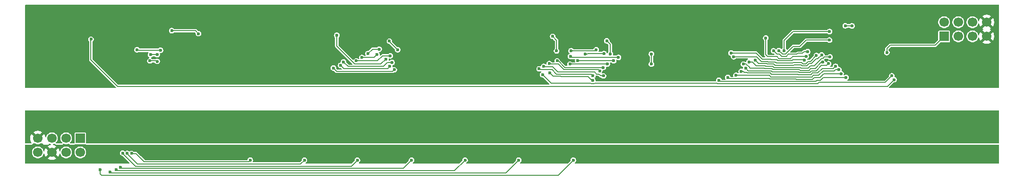
<source format=gbr>
%TF.GenerationSoftware,KiCad,Pcbnew,9.0.5*%
%TF.CreationDate,2025-10-08T16:00:37+11:00*%
%TF.ProjectId,scale-infrared-digitiser,7363616c-652d-4696-9e66-72617265642d,rev?*%
%TF.SameCoordinates,Original*%
%TF.FileFunction,Copper,L2,Bot*%
%TF.FilePolarity,Positive*%
%FSLAX46Y46*%
G04 Gerber Fmt 4.6, Leading zero omitted, Abs format (unit mm)*
G04 Created by KiCad (PCBNEW 9.0.5) date 2025-10-08 16:00:37*
%MOMM*%
%LPD*%
G01*
G04 APERTURE LIST*
%TA.AperFunction,ComponentPad*%
%ADD10R,1.700000X1.700000*%
%TD*%
%TA.AperFunction,ComponentPad*%
%ADD11C,1.700000*%
%TD*%
%TA.AperFunction,ViaPad*%
%ADD12C,0.600000*%
%TD*%
%TA.AperFunction,Conductor*%
%ADD13C,0.200000*%
%TD*%
G04 APERTURE END LIST*
D10*
%TO.P,J1,1,Pin_1*%
%TO.N,/MCU_RECV_DAT*%
X230970000Y-98685000D03*
D11*
%TO.P,J1,2,Pin_2*%
%TO.N,/SEL_RECV_3*%
X230970000Y-96145000D03*
%TO.P,J1,3,Pin_3*%
%TO.N,/SEL_RECV_0*%
X233510000Y-98685000D03*
%TO.P,J1,4,Pin_4*%
%TO.N,/SEL_RECV_2*%
X233510000Y-96145000D03*
%TO.P,J1,5,Pin_5*%
%TO.N,/SEL_RECV_1*%
X236050000Y-98685000D03*
%TO.P,J1,6,Pin_6*%
%TO.N,/3V3_RECV*%
X236050000Y-96145000D03*
%TO.P,J1,7,Pin_7*%
%TO.N,GND*%
X238590000Y-98685000D03*
%TO.P,J1,8,Pin_8*%
X238590000Y-96145000D03*
%TD*%
D10*
%TO.P,J0,1,Pin_1*%
%TO.N,/SEL_TRNS_3*%
X76120000Y-117060000D03*
D11*
%TO.P,J0,2,Pin_2*%
%TO.N,/SEL_TRNS_2*%
X76120000Y-119600000D03*
%TO.P,J0,3,Pin_3*%
%TO.N,/SEL_TRNS_1*%
X73580000Y-117060000D03*
%TO.P,J0,4,Pin_4*%
%TO.N,/SEL_TRNS_0*%
X73580000Y-119600000D03*
%TO.P,J0,5,Pin_5*%
%TO.N,/MCU_TRNS_CTL*%
X71040000Y-117060000D03*
%TO.P,J0,6,Pin_6*%
%TO.N,/3V3_TRNS*%
X71040000Y-119600000D03*
%TO.P,J0,7,Pin_7*%
%TO.N,GND1*%
X68500000Y-117060000D03*
%TO.P,J0,8,Pin_8*%
X68500000Y-119600000D03*
%TD*%
D12*
%TO.N,/PHT_DAT_12*%
X161500000Y-101300000D03*
X172600000Y-102475235D03*
X164000000Y-102300000D03*
X160800000Y-98700000D03*
X205910000Y-103019994D03*
X192793235Y-101706765D03*
%TO.N,GND*%
X205310000Y-99325000D03*
X158900000Y-94660000D03*
X207525000Y-94660000D03*
X149175000Y-94660000D03*
X178350000Y-94660000D03*
X235780000Y-101325000D03*
X226600000Y-95700000D03*
X239380000Y-101275000D03*
X197800000Y-94660000D03*
X89310000Y-99135000D03*
X227800000Y-99100000D03*
X201700000Y-100000000D03*
X129725000Y-94660000D03*
X167272000Y-99350000D03*
X139450000Y-94660000D03*
X120000000Y-94660000D03*
X206500000Y-100500000D03*
X90825000Y-94660000D03*
X188075000Y-94660000D03*
X100550000Y-94660000D03*
X128348000Y-99275000D03*
X71375000Y-94660000D03*
X168625000Y-94660000D03*
X216200000Y-94660000D03*
X110275000Y-94660000D03*
X81100000Y-94660000D03*
%TO.N,/PHT_DAT_15*%
X196000000Y-103300000D03*
X170500000Y-99500000D03*
X171120292Y-101875235D03*
X210500000Y-102404000D03*
%TO.N,/PHT_DAT_13*%
X208073644Y-102141986D03*
X165300000Y-103100000D03*
X193242152Y-102368942D03*
X171720292Y-103100000D03*
%TO.N,/PHT_DAT_14*%
X168600000Y-101100000D03*
X164100000Y-101300000D03*
X178500000Y-101875235D03*
X209022765Y-102025765D03*
X178500000Y-103700000D03*
X197100000Y-102968942D03*
%TO.N,Net-(IC2-OUTPUT_3)*%
X170000000Y-101800000D03*
X166650000Y-101900000D03*
%TO.N,/PHT_DAT_0*%
X222000000Y-106500000D03*
X78050000Y-99210000D03*
%TO.N,/PHT_DAT_1*%
X88600000Y-103100000D03*
X89910000Y-103200000D03*
X121500000Y-104400000D03*
X221600000Y-105800000D03*
X159000000Y-105600000D03*
X132400000Y-104700000D03*
%TO.N,Net-(IC0-OUTPUT_3)*%
X89910000Y-102000000D03*
X88710000Y-102000000D03*
%TO.N,/PHT_DAT_2*%
X131600000Y-104100000D03*
X90500000Y-101200000D03*
X167975735Y-106624265D03*
X86300000Y-101100000D03*
X122787851Y-103914579D03*
X160300000Y-105300000D03*
X190600000Y-106600000D03*
X213400000Y-106100000D03*
%TO.N,/PHT_DAT_3*%
X97300000Y-98200000D03*
X123300000Y-103300000D03*
X168000000Y-105800000D03*
X132000000Y-103400000D03*
X192200000Y-106106000D03*
X212500000Y-105400000D03*
X92510000Y-97660000D03*
X158376265Y-104524794D03*
%TO.N,/PHT_DAT_4*%
X159200000Y-104100000D03*
X122100000Y-98500000D03*
X212100000Y-104700000D03*
X193670066Y-105700000D03*
X130900000Y-102800000D03*
X169900000Y-105800000D03*
%TO.N,/PHT_DAT_5*%
X160194975Y-103601000D03*
X211500000Y-104100000D03*
X131700000Y-102200000D03*
X125600000Y-103100000D03*
X169215419Y-104900000D03*
X194600000Y-105000000D03*
%TO.N,/PHT_DAT_6*%
X161601529Y-103100000D03*
X210250546Y-103605000D03*
X195381022Y-104429552D03*
X127700000Y-101800000D03*
X169864682Y-104300000D03*
X129700000Y-101000000D03*
%TO.N,Net-(IC1-OUTPUT_3)*%
X126600000Y-102500000D03*
X129300000Y-102000000D03*
%TO.N,/PHT_DAT_7*%
X163900000Y-103700000D03*
X131536500Y-99536500D03*
X195000000Y-103701000D03*
X209198810Y-103349719D03*
X170600000Y-103700000D03*
X133000000Y-101100000D03*
%TO.N,/PHT_DAT_8*%
X214451000Y-96808233D03*
X213250000Y-96800000D03*
%TO.N,/PHT_DAT_9*%
X210410000Y-97825000D03*
X202300000Y-101250000D03*
%TO.N,/PHT_DAT_10*%
X200400000Y-101300000D03*
X206499943Y-101451528D03*
%TO.N,Net-(IC3-OUTPUT_3)*%
X210410000Y-99375000D03*
X201343683Y-101250000D03*
%TO.N,/PHT_DAT_11*%
X199000000Y-99000000D03*
X206242318Y-102292280D03*
%TO.N,/LED_CTL_10*%
X82581084Y-122698001D03*
X145100000Y-121000000D03*
%TO.N,/LED_CTL_9*%
X81449528Y-123099000D03*
X154700000Y-121000000D03*
%TO.N,/LED_CTL_13*%
X116300000Y-121000000D03*
X84524265Y-119775735D03*
%TO.N,/LED_CTL_8*%
X164500000Y-121000000D03*
X79700000Y-122700000D03*
%TO.N,/LED_CTL_14*%
X106600000Y-121000000D03*
X85336576Y-119788047D03*
%TO.N,/LED_CTL_11*%
X135500000Y-121000000D03*
X83301886Y-122297000D03*
%TO.N,/LED_CTL_12*%
X83726248Y-119719420D03*
X125800000Y-121000000D03*
%TO.N,/MCU_RECV_DAT*%
X220700000Y-101600000D03*
%TO.N,/3V3_TRNS*%
X147708333Y-119400000D03*
X186341667Y-119400000D03*
X89775000Y-119400000D03*
X215316667Y-119400000D03*
X205658333Y-119400000D03*
X234225000Y-119400000D03*
X138050000Y-119400000D03*
X99475000Y-119400000D03*
X128391667Y-119400000D03*
X196000000Y-119400000D03*
X109075000Y-119400000D03*
X167025000Y-119400000D03*
X176683333Y-119400000D03*
X157366667Y-119400000D03*
X224975000Y-119400000D03*
X118733333Y-119400000D03*
X86900000Y-119300000D03*
%TO.N,GND1*%
X209328571Y-117000000D03*
X122382143Y-117000000D03*
X151364286Y-117000000D03*
X170685714Y-117000000D03*
X199667857Y-117000000D03*
X141703571Y-117000000D03*
X238100000Y-117000000D03*
X180346429Y-117000000D03*
X79465000Y-113962000D03*
X218989286Y-117000000D03*
X228650000Y-117000000D03*
X161025000Y-117000000D03*
X112721429Y-117000000D03*
X132042857Y-117000000D03*
X190007143Y-117000000D03*
X93400000Y-117000000D03*
X103060714Y-117000000D03*
%TD*%
D13*
%TO.N,/PHT_DAT_12*%
X199902000Y-102798000D02*
X200000000Y-102896000D01*
X192793235Y-101706765D02*
X197306765Y-101706765D01*
X203665100Y-103077002D02*
X203666100Y-103077002D01*
X161500000Y-101300000D02*
X161500000Y-99400000D01*
X203666100Y-103077002D02*
X203843102Y-102900000D01*
X203639102Y-103103000D02*
X203665100Y-103077002D01*
X161500000Y-99400000D02*
X160800000Y-98700000D01*
X169324765Y-102475235D02*
X169300000Y-102500000D01*
X205908584Y-103091416D02*
X205844160Y-103155840D01*
X200996000Y-102896000D02*
X201203000Y-103103000D01*
X164200000Y-102500000D02*
X164000000Y-102300000D01*
X203843102Y-102900000D02*
X205790006Y-102900000D01*
X205909997Y-103091416D02*
X205908584Y-103091416D01*
X197306765Y-101706765D02*
X198398000Y-102798000D01*
X172600000Y-102475235D02*
X169324765Y-102475235D01*
X169300000Y-102500000D02*
X164200000Y-102500000D01*
X205910000Y-103091413D02*
X205909997Y-103091416D01*
X198398000Y-102798000D02*
X199902000Y-102798000D01*
X205790006Y-102900000D02*
X205910000Y-103019994D01*
X205910000Y-103019994D02*
X205910000Y-103091413D01*
X201203000Y-103103000D02*
X203639102Y-103103000D01*
X200000000Y-102896000D02*
X200996000Y-102896000D01*
%TO.N,/PHT_DAT_15*%
X198507821Y-104001000D02*
X198509821Y-104003000D01*
X208597810Y-103102190D02*
X208597810Y-103100776D01*
X206566627Y-104422994D02*
X206987621Y-104002000D01*
X204143402Y-104300000D02*
X205205863Y-104300000D01*
X204137402Y-104306000D02*
X204143402Y-104300000D01*
X200488143Y-104306000D02*
X204137402Y-104306000D01*
X196851057Y-103569942D02*
X196852470Y-103569942D01*
X198509821Y-104003000D02*
X198870100Y-104003000D01*
X205205863Y-104300000D02*
X205328857Y-104422994D01*
X171120292Y-101875235D02*
X171120292Y-100120292D01*
X200283143Y-104101000D02*
X200488143Y-104306000D01*
X196000000Y-103300000D02*
X196581115Y-103300000D01*
X209494473Y-102404000D02*
X210500000Y-102404000D01*
X196581115Y-103300000D02*
X196851057Y-103569942D01*
X208951281Y-102748719D02*
X209073235Y-102626765D01*
X171120292Y-100120292D02*
X170500000Y-99500000D01*
X198966100Y-104099000D02*
X200266100Y-104099000D01*
X207334200Y-104000000D02*
X207700000Y-104000000D01*
X205328857Y-104422994D02*
X206566627Y-104422994D01*
X198870100Y-104003000D02*
X198966100Y-104099000D01*
X200268100Y-104101000D02*
X200283143Y-104101000D01*
X207700000Y-104000000D02*
X208597810Y-103102190D01*
X197564958Y-104001000D02*
X198507821Y-104001000D01*
X200266100Y-104099000D02*
X200268100Y-104101000D01*
X208949867Y-102748719D02*
X208951281Y-102748719D01*
X197282528Y-104000000D02*
X197563958Y-104000000D01*
X209073235Y-102626765D02*
X209271708Y-102626765D01*
X207332200Y-104002000D02*
X207334200Y-104000000D01*
X196852470Y-103569942D02*
X197282528Y-104000000D01*
X209271708Y-102626765D02*
X209494473Y-102404000D01*
X208597810Y-103100776D02*
X208949867Y-102748719D01*
X197563958Y-104000000D02*
X197564958Y-104001000D01*
X206987621Y-104002000D02*
X207332200Y-104002000D01*
%TO.N,/PHT_DAT_13*%
X199301000Y-103201000D02*
X199397000Y-103297000D01*
X199397000Y-103297000D02*
X200697000Y-103297000D01*
X207000000Y-103200000D02*
X208058014Y-102141986D01*
X203909202Y-103401000D02*
X204191045Y-103401000D01*
X200904000Y-103504000D02*
X203805202Y-103504000D01*
X203832200Y-103478002D02*
X203909202Y-103401000D01*
X206579937Y-103200000D02*
X207000000Y-103200000D01*
X204192045Y-103400000D02*
X205440063Y-103400000D01*
X193242152Y-102368942D02*
X196850057Y-102368942D01*
X197348943Y-102367942D02*
X198180001Y-103199000D01*
X198840021Y-103199000D02*
X198842021Y-103201000D01*
X205440063Y-103400000D02*
X205661057Y-103620994D01*
X196850057Y-102368942D02*
X196851057Y-102367942D01*
X205661057Y-103620994D02*
X206158943Y-103620994D01*
X198842021Y-103201000D02*
X199301000Y-103201000D01*
X204191045Y-103401000D02*
X204192045Y-103400000D01*
X208058014Y-102141986D02*
X208073644Y-102141986D01*
X206158943Y-103620994D02*
X206579937Y-103200000D01*
X203831200Y-103478002D02*
X203832200Y-103478002D01*
X200697000Y-103297000D02*
X200904000Y-103504000D01*
X198180001Y-103199000D02*
X198840021Y-103199000D01*
X171720292Y-103100000D02*
X165300000Y-103100000D01*
X196851057Y-102367942D02*
X197348943Y-102367942D01*
X203805202Y-103504000D02*
X203831200Y-103478002D01*
%TO.N,/PHT_DAT_14*%
X209022765Y-102025765D02*
X209022765Y-102042808D01*
X168400000Y-101300000D02*
X164100000Y-101300000D01*
X197100000Y-102968942D02*
X197731058Y-103600000D01*
X200434200Y-103700000D02*
X200449243Y-103700000D01*
X198675921Y-103602000D02*
X199102000Y-103602000D01*
X200654243Y-103905000D02*
X203971302Y-103905000D01*
X204062983Y-103814319D02*
X205287282Y-103814319D01*
X199198000Y-103698000D02*
X200432200Y-103698000D01*
X168600000Y-101100000D02*
X168400000Y-101300000D01*
X203971302Y-103905000D02*
X203997300Y-103879002D01*
X198673921Y-103600000D02*
X198675921Y-103602000D01*
X206746037Y-103601000D02*
X207166100Y-103601000D01*
X199102000Y-103602000D02*
X199198000Y-103698000D01*
X207166100Y-103601000D02*
X208024114Y-102742986D01*
X200449243Y-103700000D02*
X200654243Y-103905000D01*
X178500000Y-101875235D02*
X178500000Y-103700000D01*
X205287282Y-103814319D02*
X205494957Y-104021994D01*
X208024114Y-102742986D02*
X208322587Y-102742986D01*
X206325043Y-104021994D02*
X206746037Y-103601000D01*
X209022765Y-102042808D02*
X208322587Y-102742986D01*
X203998300Y-103879002D02*
X204062983Y-103814319D01*
X200432200Y-103698000D02*
X200434200Y-103700000D01*
X208925705Y-102025765D02*
X209022765Y-102025765D01*
X205494957Y-104021994D02*
X206325043Y-104021994D01*
X197731058Y-103600000D02*
X198673921Y-103600000D01*
X203997300Y-103879002D02*
X203998300Y-103879002D01*
%TO.N,Net-(IC2-OUTPUT_3)*%
X167100000Y-101800000D02*
X170000000Y-101800000D01*
X167000000Y-101900000D02*
X167100000Y-101800000D01*
X166650000Y-101900000D02*
X167000000Y-101900000D01*
%TO.N,/PHT_DAT_0*%
X220800000Y-107700000D02*
X82800000Y-107700000D01*
X78100000Y-99300000D02*
X78050000Y-99250000D01*
X222000000Y-106500000D02*
X220800000Y-107700000D01*
X78000000Y-102900000D02*
X78000000Y-99400000D01*
X78050000Y-99250000D02*
X78050000Y-99210000D01*
X82800000Y-107700000D02*
X78000000Y-102900000D01*
X78000000Y-99400000D02*
X78100000Y-99300000D01*
%TO.N,/PHT_DAT_1*%
X208303506Y-107229994D02*
X208532500Y-107001000D01*
X199413443Y-107201000D02*
X199415443Y-107203000D01*
X204166157Y-107229994D02*
X208303506Y-107229994D01*
X190250057Y-107100000D02*
X190351057Y-107201000D01*
X199415443Y-107203000D02*
X204139163Y-107203000D01*
X168224678Y-107225265D02*
X168349943Y-107100000D01*
X89800000Y-103100000D02*
X89900000Y-103200000D01*
X159000000Y-105600000D02*
X160500000Y-107100000D01*
X208532500Y-107001000D02*
X208956300Y-107001000D01*
X190351057Y-107201000D02*
X199413443Y-107201000D01*
X122100000Y-105000000D02*
X132100000Y-105000000D01*
X89900000Y-103200000D02*
X89910000Y-103200000D01*
X220400000Y-107000000D02*
X221600000Y-105800000D01*
X204139163Y-107203000D02*
X204166157Y-107229994D01*
X167601527Y-107100000D02*
X167726792Y-107225265D01*
X208956300Y-107001000D02*
X208957300Y-107000000D01*
X160500000Y-107100000D02*
X167601527Y-107100000D01*
X168349943Y-107100000D02*
X190250057Y-107100000D01*
X132100000Y-105000000D02*
X132400000Y-104700000D01*
X167726792Y-107225265D02*
X168224678Y-107225265D01*
X121500000Y-104400000D02*
X122100000Y-105000000D01*
X208957300Y-107000000D02*
X220400000Y-107000000D01*
X88600000Y-103100000D02*
X89800000Y-103100000D01*
%TO.N,Net-(IC0-OUTPUT_3)*%
X88710000Y-102000000D02*
X89910000Y-102000000D01*
%TO.N,/PHT_DAT_2*%
X131199000Y-104501000D02*
X131600000Y-104100000D01*
X190600000Y-106600000D02*
X190800000Y-106800000D01*
X162335600Y-105904000D02*
X167104000Y-105904000D01*
X160300000Y-105300000D02*
X160900000Y-105900000D01*
X207971006Y-106828994D02*
X208200000Y-106600000D01*
X199579543Y-106800000D02*
X199581543Y-106802000D01*
X162333600Y-105902000D02*
X162335600Y-105904000D01*
X204332257Y-106828994D02*
X207971006Y-106828994D01*
X209290200Y-106100000D02*
X213400000Y-106100000D01*
X190800000Y-106800000D02*
X199579543Y-106800000D01*
X122787851Y-103914579D02*
X123374272Y-104501000D01*
X204305263Y-106802000D02*
X204332257Y-106828994D01*
X86400000Y-101200000D02*
X90500000Y-101200000D01*
X199581543Y-106802000D02*
X204305263Y-106802000D01*
X160900000Y-105900000D02*
X161332900Y-105900000D01*
X167824265Y-106624265D02*
X167975735Y-106624265D01*
X161332900Y-105900000D02*
X161334900Y-105902000D01*
X86300000Y-101100000D02*
X86400000Y-101200000D01*
X123374272Y-104501000D02*
X131199000Y-104501000D01*
X161334900Y-105902000D02*
X162333600Y-105902000D01*
X167104000Y-105904000D02*
X167824265Y-106624265D01*
X208790200Y-106600000D02*
X209290200Y-106100000D01*
X208200000Y-106600000D02*
X208790200Y-106600000D01*
%TO.N,/PHT_DAT_3*%
X208700000Y-106100000D02*
X209400000Y-105400000D01*
X193420123Y-106300000D02*
X193421123Y-106301000D01*
X193421123Y-106301000D02*
X193919009Y-106301000D01*
X124100000Y-104100000D02*
X123300000Y-103300000D01*
X207722121Y-106103000D02*
X208030500Y-106103000D01*
X208633200Y-106101000D02*
X208634200Y-106100000D01*
X132000000Y-103400000D02*
X131148530Y-103400000D01*
X193919009Y-106301000D02*
X193920009Y-106300000D01*
X167703000Y-105503000D02*
X168000000Y-105800000D01*
X158950057Y-104700000D02*
X158951057Y-104701000D01*
X158951057Y-104701000D02*
X159448943Y-104701000D01*
X204471363Y-106401000D02*
X204498357Y-106427994D01*
X204498357Y-106427994D02*
X207397127Y-106427994D01*
X159448943Y-104701000D02*
X159449943Y-104700000D01*
X160700000Y-104700000D02*
X161501000Y-105501000D01*
X208032500Y-106101000D02*
X208633200Y-106101000D01*
X162499700Y-105501000D02*
X162501700Y-105503000D01*
X161501000Y-105501000D02*
X162499700Y-105501000D01*
X158551471Y-104700000D02*
X158950057Y-104700000D01*
X208030500Y-106103000D02*
X208032500Y-106101000D01*
X130448530Y-104100000D02*
X124100000Y-104100000D01*
X207397127Y-106427994D02*
X207722121Y-106103000D01*
X208634200Y-106100000D02*
X208700000Y-106100000D01*
X131148530Y-103400000D02*
X130448530Y-104100000D01*
X96760000Y-97660000D02*
X97300000Y-98200000D01*
X192394000Y-106300000D02*
X193420123Y-106300000D01*
X159449943Y-104700000D02*
X160700000Y-104700000D01*
X193920009Y-106300000D02*
X199646643Y-106300000D01*
X92510000Y-97660000D02*
X96760000Y-97660000D01*
X192200000Y-106106000D02*
X192394000Y-106300000D01*
X199747643Y-106401000D02*
X204471363Y-106401000D01*
X209400000Y-105400000D02*
X212500000Y-105400000D01*
X158376265Y-104524794D02*
X158551471Y-104700000D01*
X162501700Y-105503000D02*
X167703000Y-105503000D01*
X199646643Y-106300000D02*
X199747643Y-106401000D01*
%TO.N,/PHT_DAT_4*%
X207231027Y-106026994D02*
X207556021Y-105702000D01*
X207864400Y-105702000D02*
X207866400Y-105700000D01*
X130900000Y-102800000D02*
X130000000Y-103700000D01*
X162665800Y-105100000D02*
X161700000Y-105100000D01*
X204664457Y-106026994D02*
X207231027Y-106026994D01*
X211266100Y-104901000D02*
X211466100Y-104701000D01*
X160800000Y-104200000D02*
X160445918Y-104200000D01*
X199618743Y-105705000D02*
X199913743Y-106000000D01*
X169900000Y-105800000D02*
X169400000Y-105800000D01*
X168302000Y-105102000D02*
X162667800Y-105102000D01*
X168701000Y-105501000D02*
X168302000Y-105102000D01*
X204637463Y-106000000D02*
X204664457Y-106026994D01*
X122100000Y-100449943D02*
X122100000Y-98500000D01*
X169101000Y-105501000D02*
X168701000Y-105501000D01*
X199913743Y-106000000D02*
X204637463Y-106000000D01*
X193670066Y-105700000D02*
X193891000Y-105700000D01*
X169400000Y-105800000D02*
X169101000Y-105501000D01*
X160443918Y-104202000D02*
X159302000Y-104202000D01*
X211466100Y-104701000D02*
X211748943Y-104701000D01*
X211749943Y-104700000D02*
X212100000Y-104700000D01*
X207556021Y-105702000D02*
X207864400Y-105702000D01*
X125350057Y-103700000D02*
X122100000Y-100449943D01*
X207866400Y-105700000D02*
X208467100Y-105700000D01*
X209266100Y-104901000D02*
X211266100Y-104901000D01*
X193896000Y-105705000D02*
X199618743Y-105705000D01*
X162667800Y-105102000D02*
X162665800Y-105100000D01*
X159302000Y-104202000D02*
X159200000Y-104100000D01*
X208467100Y-105700000D02*
X209266100Y-104901000D01*
X193891000Y-105700000D02*
X193896000Y-105705000D01*
X211748943Y-104701000D02*
X211749943Y-104700000D01*
X160445918Y-104200000D02*
X160443918Y-104202000D01*
X130000000Y-103700000D02*
X125350057Y-103700000D01*
X161700000Y-105100000D02*
X160800000Y-104200000D01*
%TO.N,/PHT_DAT_5*%
X131700000Y-102200000D02*
X130300000Y-102200000D01*
X129400000Y-103100000D02*
X125600000Y-103100000D01*
X162833900Y-104701000D02*
X169015003Y-104701000D01*
X204707563Y-105503000D02*
X204830557Y-105625994D01*
X160194975Y-103601000D02*
X160294975Y-103701000D01*
X207698300Y-105301000D02*
X207699300Y-105300000D01*
X194931900Y-105000000D02*
X195131900Y-105200000D01*
X160294975Y-103701000D02*
X161833900Y-103701000D01*
X208300000Y-105300000D02*
X209100000Y-104500000D01*
X169214003Y-104900000D02*
X169215419Y-104900000D01*
X130300000Y-102200000D02*
X129400000Y-103100000D01*
X204635702Y-105509000D02*
X204641702Y-105503000D01*
X195131900Y-105200000D02*
X195584370Y-105200000D01*
X204830557Y-105625994D02*
X207064927Y-105625994D01*
X199989843Y-105509000D02*
X204635702Y-105509000D01*
X195688370Y-105304000D02*
X199784843Y-105304000D01*
X209100000Y-104500000D02*
X211100000Y-104500000D01*
X169015003Y-104701000D02*
X169214003Y-104900000D01*
X195584370Y-105200000D02*
X195688370Y-105304000D01*
X199784843Y-105304000D02*
X199989843Y-105509000D01*
X204641702Y-105503000D02*
X204707563Y-105503000D01*
X207389922Y-105301000D02*
X207698300Y-105301000D01*
X194600000Y-105000000D02*
X194931900Y-105000000D01*
X211100000Y-104500000D02*
X211500000Y-104100000D01*
X207064927Y-105625994D02*
X207389922Y-105301000D01*
X161833900Y-103701000D02*
X162833900Y-104701000D01*
X207699300Y-105300000D02*
X208300000Y-105300000D01*
%TO.N,/PHT_DAT_6*%
X195854470Y-104903000D02*
X195381022Y-104429552D01*
X200155943Y-105108000D02*
X199950943Y-104903000D01*
X208000000Y-104900000D02*
X207223821Y-104900000D01*
X204873663Y-105102000D02*
X204475602Y-105102000D01*
X204996657Y-105224994D02*
X204873663Y-105102000D01*
X207223821Y-104900000D02*
X206898827Y-105224994D01*
X163000000Y-104300000D02*
X161800000Y-103100000D01*
X161800000Y-103100000D02*
X161601529Y-103100000D01*
X204475602Y-105102000D02*
X204469602Y-105108000D01*
X169864682Y-104300000D02*
X163000000Y-104300000D01*
X127700000Y-101800000D02*
X128500000Y-101000000D01*
X204469602Y-105108000D02*
X200155943Y-105108000D01*
X128500000Y-101000000D02*
X129700000Y-101000000D01*
X199950943Y-104903000D02*
X195854470Y-104903000D01*
X206898827Y-105224994D02*
X204996657Y-105224994D01*
X208949281Y-103950719D02*
X208000000Y-104900000D01*
X209904827Y-103950719D02*
X208949281Y-103950719D01*
X210250546Y-103605000D02*
X209904827Y-103950719D01*
%TO.N,Net-(IC1-OUTPUT_3)*%
X128800000Y-102500000D02*
X126600000Y-102500000D01*
X129300000Y-102000000D02*
X128800000Y-102500000D01*
%TO.N,/PHT_DAT_7*%
X197116428Y-104401000D02*
X197397858Y-104401000D01*
X200117043Y-104502000D02*
X200322043Y-104707000D01*
X197115428Y-104400000D02*
X197116428Y-104401000D01*
X198343721Y-104404000D02*
X198704000Y-104404000D01*
X208983181Y-103349719D02*
X209198810Y-103349719D01*
X195982022Y-104182022D02*
X196200000Y-104400000D01*
X195982022Y-104180609D02*
X195982022Y-104182022D01*
X205039763Y-104701000D02*
X205162757Y-104823994D01*
X204309502Y-104701000D02*
X205039763Y-104701000D01*
X204303502Y-104707000D02*
X204309502Y-104701000D01*
X200102000Y-104502000D02*
X200117043Y-104502000D01*
X200322043Y-104707000D02*
X204303502Y-104707000D01*
X207056721Y-104500000D02*
X207832900Y-104500000D01*
X195501000Y-103701000D02*
X195628552Y-103828552D01*
X197397858Y-104401000D02*
X197398858Y-104402000D01*
X163900000Y-103700000D02*
X170600000Y-103700000D01*
X131536500Y-99536500D02*
X131536500Y-99636500D01*
X131536500Y-99636500D02*
X133000000Y-101100000D01*
X208950281Y-103349719D02*
X209198810Y-103349719D01*
X198800000Y-104500000D02*
X200100000Y-104500000D01*
X197398858Y-104402000D02*
X198341721Y-104402000D01*
X205162757Y-104823994D02*
X206732727Y-104823994D01*
X198341721Y-104402000D02*
X198343721Y-104404000D01*
X207832900Y-104500000D02*
X208983181Y-103349719D01*
X195000000Y-103701000D02*
X195501000Y-103701000D01*
X206732727Y-104823994D02*
X207056721Y-104500000D01*
X195628552Y-103828552D02*
X195629965Y-103828552D01*
X200100000Y-104500000D02*
X200102000Y-104502000D01*
X198704000Y-104404000D02*
X198800000Y-104500000D01*
X195629965Y-103828552D02*
X195982022Y-104180609D01*
X196200000Y-104400000D02*
X197115428Y-104400000D01*
%TO.N,/PHT_DAT_8*%
X214451000Y-96808233D02*
X214418502Y-96775735D01*
X213274265Y-96775735D02*
X213250000Y-96800000D01*
X214418502Y-96775735D02*
X213274265Y-96775735D01*
X213250000Y-96800000D02*
X214375735Y-96800000D01*
%TO.N,/PHT_DAT_9*%
X202300000Y-99400000D02*
X203875000Y-97825000D01*
X203875000Y-97825000D02*
X210410000Y-97825000D01*
X202300000Y-101250000D02*
X202300000Y-99400000D01*
%TO.N,/PHT_DAT_10*%
X204553957Y-101910747D02*
X204723453Y-101741251D01*
X203056296Y-101910747D02*
X204553957Y-101910747D01*
X201827583Y-102301000D02*
X202666043Y-102301000D01*
X205558749Y-101741251D02*
X205848472Y-101451528D01*
X202666043Y-102301000D02*
X203056296Y-101910747D01*
X200400000Y-101300000D02*
X201010747Y-101910747D01*
X201010747Y-101910747D02*
X201437330Y-101910747D01*
X204723453Y-101741251D02*
X205558749Y-101741251D01*
X201437330Y-101910747D02*
X201827583Y-102301000D01*
X205848472Y-101451528D02*
X206499943Y-101451528D01*
%TO.N,Net-(IC3-OUTPUT_3)*%
X201343683Y-101250000D02*
X201993683Y-101900000D01*
X205100000Y-100500000D02*
X206225000Y-99375000D01*
X206225000Y-99375000D02*
X210410000Y-99375000D01*
X203899943Y-100500000D02*
X205100000Y-100500000D01*
X202499943Y-101900000D02*
X203899943Y-100500000D01*
X201993683Y-101900000D02*
X202499943Y-101900000D01*
%TO.N,/PHT_DAT_11*%
X200978847Y-102311747D02*
X199311747Y-102311747D01*
X199311747Y-102311747D02*
X199000000Y-102000000D01*
X204720057Y-102311747D02*
X204739524Y-102292280D01*
X204739524Y-102292280D02*
X206242318Y-102292280D01*
X203863255Y-102311747D02*
X204720057Y-102311747D01*
X203500000Y-102675002D02*
X203473002Y-102702000D01*
X203500000Y-102675002D02*
X203863255Y-102311747D01*
X201369100Y-102702000D02*
X200978847Y-102311747D01*
X199000000Y-102000000D02*
X199000000Y-99000000D01*
X203500000Y-102676002D02*
X203500000Y-102675002D01*
X203473002Y-102702000D02*
X201369100Y-102702000D01*
%TO.N,/LED_CTL_10*%
X143203000Y-122897000D02*
X82780083Y-122897000D01*
X82780083Y-122897000D02*
X82581084Y-122698001D01*
X145100000Y-121000000D02*
X143203000Y-122897000D01*
%TO.N,/LED_CTL_9*%
X154700000Y-121000000D02*
X152402000Y-123298000D01*
X152402000Y-123298000D02*
X81648528Y-123298000D01*
X81648528Y-123298000D02*
X81449528Y-123099000D01*
%TO.N,/LED_CTL_13*%
X115606000Y-121694000D02*
X116300000Y-121000000D01*
X84524265Y-119775735D02*
X84524265Y-119824265D01*
X86394000Y-121694000D02*
X115606000Y-121694000D01*
X84524265Y-119824265D02*
X86394000Y-121694000D01*
%TO.N,/LED_CTL_8*%
X79899000Y-123699000D02*
X161801000Y-123699000D01*
X161801000Y-123699000D02*
X164500000Y-121000000D01*
X79700000Y-123500000D02*
X79899000Y-123699000D01*
X79700000Y-122700000D02*
X79700000Y-123500000D01*
%TO.N,/LED_CTL_14*%
X85336576Y-119788047D02*
X85348529Y-119800000D01*
X86100000Y-119800000D02*
X87593000Y-121293000D01*
X87593000Y-121293000D02*
X106307000Y-121293000D01*
X106307000Y-121293000D02*
X106600000Y-121000000D01*
X85348529Y-119800000D02*
X86100000Y-119800000D01*
%TO.N,/LED_CTL_11*%
X134004000Y-122496000D02*
X134600000Y-121900000D01*
X134600000Y-121900000D02*
X135500000Y-121000000D01*
X83596000Y-122496000D02*
X134004000Y-122496000D01*
X83397000Y-122297000D02*
X83596000Y-122496000D01*
X83301886Y-122297000D02*
X83397000Y-122297000D01*
%TO.N,/LED_CTL_12*%
X83726248Y-119826248D02*
X85995000Y-122095000D01*
X124705000Y-122095000D02*
X125800000Y-121000000D01*
X85995000Y-122095000D02*
X124705000Y-122095000D01*
X83726248Y-119719420D02*
X83726248Y-119826248D01*
%TO.N,/MCU_RECV_DAT*%
X221300000Y-100300000D02*
X220700000Y-100900000D01*
X229355000Y-100300000D02*
X221300000Y-100300000D01*
X230970000Y-98685000D02*
X229355000Y-100300000D01*
X220700000Y-100900000D02*
X220700000Y-101600000D01*
%TD*%
%TA.AperFunction,Conductor*%
%TO.N,GND*%
G36*
X240758691Y-93018907D02*
G01*
X240794655Y-93068407D01*
X240799500Y-93099000D01*
X240799500Y-107901000D01*
X240780593Y-107959191D01*
X240731093Y-107995155D01*
X240700500Y-108000000D01*
X221163979Y-108000000D01*
X221105788Y-107981093D01*
X221069824Y-107931593D01*
X221069824Y-107870407D01*
X221093975Y-107830996D01*
X221895474Y-107029496D01*
X221949991Y-107001719D01*
X221965478Y-107000500D01*
X222065890Y-107000500D01*
X222065892Y-107000500D01*
X222193186Y-106966392D01*
X222193188Y-106966390D01*
X222193190Y-106966390D01*
X222307309Y-106900503D01*
X222307309Y-106900502D01*
X222307314Y-106900500D01*
X222400500Y-106807314D01*
X222400503Y-106807309D01*
X222466390Y-106693190D01*
X222466390Y-106693188D01*
X222466392Y-106693186D01*
X222500500Y-106565892D01*
X222500500Y-106434108D01*
X222466392Y-106306814D01*
X222466390Y-106306811D01*
X222466390Y-106306809D01*
X222400503Y-106192690D01*
X222400501Y-106192688D01*
X222400500Y-106192686D01*
X222307314Y-106099500D01*
X222307311Y-106099498D01*
X222307309Y-106099496D01*
X222193189Y-106033609D01*
X222193190Y-106033609D01*
X222186702Y-106031870D01*
X222160405Y-106024824D01*
X222109091Y-105991500D01*
X222087165Y-105934379D01*
X222090403Y-105903574D01*
X222100500Y-105865892D01*
X222100500Y-105734108D01*
X222066392Y-105606814D01*
X222066390Y-105606811D01*
X222066390Y-105606809D01*
X222000503Y-105492690D01*
X222000501Y-105492688D01*
X222000500Y-105492686D01*
X221907314Y-105399500D01*
X221907311Y-105399498D01*
X221907309Y-105399496D01*
X221793189Y-105333609D01*
X221793191Y-105333609D01*
X221743799Y-105320375D01*
X221665892Y-105299500D01*
X221534108Y-105299500D01*
X221456200Y-105320375D01*
X221406809Y-105333609D01*
X221292690Y-105399496D01*
X221199496Y-105492690D01*
X221133609Y-105606809D01*
X221126294Y-105634109D01*
X221106680Y-105707314D01*
X221099500Y-105734109D01*
X221099500Y-105834520D01*
X221080593Y-105892711D01*
X221070504Y-105904524D01*
X220304525Y-106670504D01*
X220250008Y-106698281D01*
X220234521Y-106699500D01*
X213732109Y-106699500D01*
X213673918Y-106680593D01*
X213637954Y-106631093D01*
X213637954Y-106569907D01*
X213673918Y-106520407D01*
X213682602Y-106514767D01*
X213707314Y-106500500D01*
X213800500Y-106407314D01*
X213852669Y-106316955D01*
X213866390Y-106293190D01*
X213866390Y-106293188D01*
X213866392Y-106293186D01*
X213900500Y-106165892D01*
X213900500Y-106034108D01*
X213866392Y-105906814D01*
X213866390Y-105906811D01*
X213866390Y-105906809D01*
X213800503Y-105792690D01*
X213800501Y-105792688D01*
X213800500Y-105792686D01*
X213707314Y-105699500D01*
X213707311Y-105699498D01*
X213707309Y-105699496D01*
X213593189Y-105633609D01*
X213593191Y-105633609D01*
X213543799Y-105620375D01*
X213465892Y-105599500D01*
X213334108Y-105599500D01*
X213221848Y-105629579D01*
X213206810Y-105633609D01*
X213116563Y-105685713D01*
X213056715Y-105698434D01*
X213000819Y-105673547D01*
X212970227Y-105620559D01*
X212971436Y-105574358D01*
X213000500Y-105465892D01*
X213000500Y-105334108D01*
X212966392Y-105206814D01*
X212966390Y-105206811D01*
X212966390Y-105206809D01*
X212900503Y-105092690D01*
X212900501Y-105092688D01*
X212900500Y-105092686D01*
X212807314Y-104999500D01*
X212807311Y-104999498D01*
X212807309Y-104999496D01*
X212693189Y-104933609D01*
X212693190Y-104933609D01*
X212686702Y-104931870D01*
X212660405Y-104924824D01*
X212609091Y-104891500D01*
X212587165Y-104834379D01*
X212590403Y-104803574D01*
X212596561Y-104780593D01*
X212600500Y-104765892D01*
X212600500Y-104634108D01*
X212566392Y-104506814D01*
X212566390Y-104506811D01*
X212566390Y-104506809D01*
X212500503Y-104392690D01*
X212500501Y-104392688D01*
X212500500Y-104392686D01*
X212407314Y-104299500D01*
X212407311Y-104299498D01*
X212407309Y-104299496D01*
X212293189Y-104233609D01*
X212293191Y-104233609D01*
X212232995Y-104217480D01*
X212165892Y-104199500D01*
X212099500Y-104199500D01*
X212041309Y-104180593D01*
X212005345Y-104131093D01*
X212000500Y-104100500D01*
X212000500Y-104034109D01*
X211994654Y-104012290D01*
X211966392Y-103906814D01*
X211966390Y-103906811D01*
X211966390Y-103906809D01*
X211900503Y-103792690D01*
X211900501Y-103792688D01*
X211900500Y-103792686D01*
X211807314Y-103699500D01*
X211807311Y-103699498D01*
X211807309Y-103699496D01*
X211693189Y-103633609D01*
X211693191Y-103633609D01*
X211635163Y-103618061D01*
X211565892Y-103599500D01*
X211434108Y-103599500D01*
X211364837Y-103618061D01*
X211306809Y-103633609D01*
X211192690Y-103699496D01*
X211099496Y-103792690D01*
X211033609Y-103906809D01*
X211016542Y-103970504D01*
X211006412Y-104008314D01*
X210999500Y-104034109D01*
X210999500Y-104100500D01*
X210980593Y-104158691D01*
X210931093Y-104194655D01*
X210900500Y-104199500D01*
X210591316Y-104199500D01*
X210533125Y-104180593D01*
X210497161Y-104131093D01*
X210497161Y-104069907D01*
X210533125Y-104020407D01*
X210541815Y-104014764D01*
X210547402Y-104011537D01*
X210557860Y-104005500D01*
X210651046Y-103912314D01*
X210651049Y-103912309D01*
X210716936Y-103798190D01*
X210716936Y-103798188D01*
X210716938Y-103798186D01*
X210751046Y-103670892D01*
X210751046Y-103539108D01*
X210716938Y-103411814D01*
X210716936Y-103411811D01*
X210716936Y-103411809D01*
X210651049Y-103297690D01*
X210651047Y-103297688D01*
X210651046Y-103297686D01*
X210557860Y-103204500D01*
X210557857Y-103204498D01*
X210557855Y-103204496D01*
X210443735Y-103138609D01*
X210443737Y-103138609D01*
X210394345Y-103125375D01*
X210316438Y-103104500D01*
X210184654Y-103104500D01*
X210106746Y-103125375D01*
X210057355Y-103138609D01*
X209943236Y-103204496D01*
X209943231Y-103204500D01*
X209855342Y-103292389D01*
X209800825Y-103320166D01*
X209740393Y-103310594D01*
X209697129Y-103267330D01*
X209689712Y-103248008D01*
X209686122Y-103234609D01*
X209665202Y-103156533D01*
X209665200Y-103156530D01*
X209665200Y-103156528D01*
X209599313Y-103042409D01*
X209599311Y-103042407D01*
X209599310Y-103042405D01*
X209510175Y-102953270D01*
X209503057Y-102939299D01*
X209491971Y-102928213D01*
X209489518Y-102912727D01*
X209482400Y-102898756D01*
X209484852Y-102883268D01*
X209482400Y-102867781D01*
X209489516Y-102853823D01*
X209491971Y-102838324D01*
X209510175Y-102813268D01*
X209512168Y-102811276D01*
X209589948Y-102733496D01*
X209644465Y-102705719D01*
X209659952Y-102704500D01*
X210051679Y-102704500D01*
X210109870Y-102723407D01*
X210121676Y-102733490D01*
X210192686Y-102804500D01*
X210192688Y-102804501D01*
X210192690Y-102804503D01*
X210306810Y-102870390D01*
X210306808Y-102870390D01*
X210306812Y-102870391D01*
X210306814Y-102870392D01*
X210434108Y-102904500D01*
X210434110Y-102904500D01*
X210565890Y-102904500D01*
X210565892Y-102904500D01*
X210693186Y-102870392D01*
X210693188Y-102870390D01*
X210693190Y-102870390D01*
X210807309Y-102804503D01*
X210807309Y-102804502D01*
X210807314Y-102804500D01*
X210900500Y-102711314D01*
X210906742Y-102700503D01*
X210966390Y-102597190D01*
X210966390Y-102597188D01*
X210966392Y-102597186D01*
X211000500Y-102469892D01*
X211000500Y-102338108D01*
X210966392Y-102210814D01*
X210966390Y-102210811D01*
X210966390Y-102210809D01*
X210900503Y-102096690D01*
X210900501Y-102096688D01*
X210900500Y-102096686D01*
X210807314Y-102003500D01*
X210807311Y-102003498D01*
X210807309Y-102003496D01*
X210693189Y-101937609D01*
X210693191Y-101937609D01*
X210627389Y-101919978D01*
X210565892Y-101903500D01*
X210434108Y-101903500D01*
X210372611Y-101919978D01*
X210306809Y-101937609D01*
X210192690Y-102003496D01*
X210192689Y-102003497D01*
X210192686Y-102003499D01*
X210192686Y-102003500D01*
X210121680Y-102074505D01*
X210067166Y-102102281D01*
X210051679Y-102103500D01*
X209622265Y-102103500D01*
X209564074Y-102084593D01*
X209528110Y-102035093D01*
X209523265Y-102004500D01*
X209523265Y-101959874D01*
X209523176Y-101959540D01*
X209489157Y-101832579D01*
X209489155Y-101832576D01*
X209489155Y-101832574D01*
X209423268Y-101718455D01*
X209423266Y-101718453D01*
X209423265Y-101718451D01*
X209330079Y-101625265D01*
X209330076Y-101625263D01*
X209309451Y-101613355D01*
X209309449Y-101613353D01*
X209215954Y-101559374D01*
X209215956Y-101559374D01*
X209136793Y-101538163D01*
X209121660Y-101534108D01*
X220199500Y-101534108D01*
X220199500Y-101665892D01*
X220226428Y-101766390D01*
X220233609Y-101793190D01*
X220299496Y-101907309D01*
X220299498Y-101907311D01*
X220299500Y-101907314D01*
X220392686Y-102000500D01*
X220392688Y-102000501D01*
X220392690Y-102000503D01*
X220506810Y-102066390D01*
X220506808Y-102066390D01*
X220506812Y-102066391D01*
X220506814Y-102066392D01*
X220634108Y-102100500D01*
X220634110Y-102100500D01*
X220765890Y-102100500D01*
X220765892Y-102100500D01*
X220893186Y-102066392D01*
X220893188Y-102066390D01*
X220893190Y-102066390D01*
X221007309Y-102000503D01*
X221007309Y-102000502D01*
X221007314Y-102000500D01*
X221100500Y-101907314D01*
X221104751Y-101899951D01*
X221166390Y-101793190D01*
X221166390Y-101793188D01*
X221166392Y-101793186D01*
X221200500Y-101665892D01*
X221200500Y-101534108D01*
X221166392Y-101406814D01*
X221166390Y-101406811D01*
X221166390Y-101406809D01*
X221100503Y-101292690D01*
X221100501Y-101292688D01*
X221100500Y-101292686D01*
X221029494Y-101221680D01*
X221025869Y-101214565D01*
X221019407Y-101209870D01*
X221012243Y-101187821D01*
X221001719Y-101167166D01*
X221000500Y-101151679D01*
X221000500Y-101065479D01*
X221019407Y-101007288D01*
X221029496Y-100995475D01*
X221395475Y-100629496D01*
X221449992Y-100601719D01*
X221465479Y-100600500D01*
X229394563Y-100600500D01*
X229394563Y-100600499D01*
X229470989Y-100580021D01*
X229539511Y-100540460D01*
X229595460Y-100484511D01*
X230315475Y-99764496D01*
X230369992Y-99736719D01*
X230385479Y-99735500D01*
X231839747Y-99735500D01*
X231839748Y-99735500D01*
X231898231Y-99723867D01*
X231964552Y-99679552D01*
X232008867Y-99613231D01*
X232020500Y-99554748D01*
X232020500Y-98581532D01*
X232459500Y-98581532D01*
X232459500Y-98788467D01*
X232499869Y-98991418D01*
X232579058Y-99182597D01*
X232686442Y-99343309D01*
X232694023Y-99354655D01*
X232840345Y-99500977D01*
X233012402Y-99615941D01*
X233203580Y-99695130D01*
X233406535Y-99735500D01*
X233406536Y-99735500D01*
X233613464Y-99735500D01*
X233613465Y-99735500D01*
X233816420Y-99695130D01*
X234007598Y-99615941D01*
X234179655Y-99500977D01*
X234325977Y-99354655D01*
X234440941Y-99182598D01*
X234520130Y-98991420D01*
X234560500Y-98788465D01*
X234560500Y-98581535D01*
X234520130Y-98378580D01*
X234440941Y-98187402D01*
X234325977Y-98015345D01*
X234179655Y-97869023D01*
X234179651Y-97869020D01*
X234007597Y-97754058D01*
X233816418Y-97674869D01*
X233613467Y-97634500D01*
X233613465Y-97634500D01*
X233406535Y-97634500D01*
X233406532Y-97634500D01*
X233203581Y-97674869D01*
X233012402Y-97754058D01*
X232840348Y-97869020D01*
X232694020Y-98015348D01*
X232579058Y-98187402D01*
X232499869Y-98378581D01*
X232459500Y-98581532D01*
X232020500Y-98581532D01*
X232020500Y-97815252D01*
X232008867Y-97756769D01*
X231964552Y-97690448D01*
X231964548Y-97690445D01*
X231898233Y-97646134D01*
X231898231Y-97646133D01*
X231898228Y-97646132D01*
X231898227Y-97646132D01*
X231839758Y-97634501D01*
X231839748Y-97634500D01*
X230100252Y-97634500D01*
X230100251Y-97634500D01*
X230100241Y-97634501D01*
X230041772Y-97646132D01*
X230041766Y-97646134D01*
X229975451Y-97690445D01*
X229975445Y-97690451D01*
X229931134Y-97756766D01*
X229931132Y-97756772D01*
X229919501Y-97815241D01*
X229919500Y-97815253D01*
X229919500Y-99269521D01*
X229900593Y-99327712D01*
X229890504Y-99339525D01*
X229259525Y-99970504D01*
X229205008Y-99998281D01*
X229189521Y-99999500D01*
X221260435Y-99999500D01*
X221184011Y-100019978D01*
X221167527Y-100029496D01*
X221154530Y-100037000D01*
X221121782Y-100055907D01*
X221115489Y-100059540D01*
X220515489Y-100659540D01*
X220515488Y-100659539D01*
X220459539Y-100715489D01*
X220419980Y-100784007D01*
X220419978Y-100784011D01*
X220399500Y-100860435D01*
X220399500Y-101151679D01*
X220380593Y-101209870D01*
X220370509Y-101221676D01*
X220333849Y-101258337D01*
X220299497Y-101292689D01*
X220299496Y-101292690D01*
X220233609Y-101406809D01*
X220223257Y-101445445D01*
X220199500Y-101534108D01*
X209121660Y-101534108D01*
X209088657Y-101525265D01*
X208956873Y-101525265D01*
X208908737Y-101538163D01*
X208829574Y-101559374D01*
X208715455Y-101625261D01*
X208622261Y-101718455D01*
X208590016Y-101774304D01*
X208544546Y-101815244D01*
X208483696Y-101821638D01*
X208434279Y-101794807D01*
X208380958Y-101741486D01*
X208380955Y-101741484D01*
X208380953Y-101741482D01*
X208266833Y-101675595D01*
X208266835Y-101675595D01*
X208217443Y-101662361D01*
X208139536Y-101641486D01*
X208007752Y-101641486D01*
X207929844Y-101662361D01*
X207880453Y-101675595D01*
X207766334Y-101741482D01*
X207673140Y-101834676D01*
X207607253Y-101948795D01*
X207589762Y-102014074D01*
X207575195Y-102068442D01*
X207573144Y-102076095D01*
X207573144Y-102160877D01*
X207554237Y-102219068D01*
X207544148Y-102230881D01*
X206904525Y-102870504D01*
X206850008Y-102898281D01*
X206834521Y-102899500D01*
X206561056Y-102899500D01*
X206502865Y-102880593D01*
X206466901Y-102831093D01*
X206466901Y-102769907D01*
X206502865Y-102720407D01*
X206511556Y-102714764D01*
X206549627Y-102692783D01*
X206549627Y-102692782D01*
X206549632Y-102692780D01*
X206642818Y-102599594D01*
X206662276Y-102565892D01*
X206708708Y-102485470D01*
X206708708Y-102485468D01*
X206708710Y-102485466D01*
X206742818Y-102358172D01*
X206742818Y-102226388D01*
X206708710Y-102099094D01*
X206675863Y-102042202D01*
X206663142Y-101982356D01*
X206688028Y-101926460D01*
X206712095Y-101906969D01*
X206807257Y-101852028D01*
X206900443Y-101758842D01*
X206923763Y-101718451D01*
X206966333Y-101644718D01*
X206966333Y-101644716D01*
X206966335Y-101644714D01*
X207000443Y-101517420D01*
X207000443Y-101385636D01*
X206966335Y-101258342D01*
X206966333Y-101258339D01*
X206966333Y-101258337D01*
X206900446Y-101144218D01*
X206900444Y-101144216D01*
X206900443Y-101144214D01*
X206807257Y-101051028D01*
X206807254Y-101051026D01*
X206807252Y-101051024D01*
X206693132Y-100985137D01*
X206693134Y-100985137D01*
X206635666Y-100969739D01*
X206565835Y-100951028D01*
X206434051Y-100951028D01*
X206364220Y-100969739D01*
X206306752Y-100985137D01*
X206192633Y-101051024D01*
X206192632Y-101051025D01*
X206192629Y-101051027D01*
X206192629Y-101051028D01*
X206121623Y-101122033D01*
X206067109Y-101149809D01*
X206051622Y-101151028D01*
X205808907Y-101151028D01*
X205732483Y-101171506D01*
X205732482Y-101171506D01*
X205676455Y-101203855D01*
X205676451Y-101203857D01*
X205663962Y-101211066D01*
X205463273Y-101411755D01*
X205408757Y-101439532D01*
X205393270Y-101440751D01*
X204763015Y-101440751D01*
X204683891Y-101440751D01*
X204637114Y-101453284D01*
X204607460Y-101461230D01*
X204538946Y-101500787D01*
X204538941Y-101500791D01*
X204458481Y-101581251D01*
X204403964Y-101609028D01*
X204388478Y-101610247D01*
X203453675Y-101610247D01*
X203395484Y-101591340D01*
X203359520Y-101541840D01*
X203359520Y-101480654D01*
X203383671Y-101441243D01*
X203995418Y-100829496D01*
X204049935Y-100801719D01*
X204065422Y-100800500D01*
X205139563Y-100800500D01*
X205139563Y-100800499D01*
X205215989Y-100780021D01*
X205284511Y-100740460D01*
X205340460Y-100684511D01*
X206320475Y-99704496D01*
X206374992Y-99676719D01*
X206390479Y-99675500D01*
X209961679Y-99675500D01*
X210019870Y-99694407D01*
X210031676Y-99704490D01*
X210102686Y-99775500D01*
X210102688Y-99775501D01*
X210102690Y-99775503D01*
X210216810Y-99841390D01*
X210216808Y-99841390D01*
X210216812Y-99841391D01*
X210216814Y-99841392D01*
X210344108Y-99875500D01*
X210344110Y-99875500D01*
X210475890Y-99875500D01*
X210475892Y-99875500D01*
X210603186Y-99841392D01*
X210603188Y-99841390D01*
X210603190Y-99841390D01*
X210717309Y-99775503D01*
X210717309Y-99775502D01*
X210717314Y-99775500D01*
X210810500Y-99682314D01*
X210810503Y-99682309D01*
X210876390Y-99568190D01*
X210876390Y-99568188D01*
X210876392Y-99568186D01*
X210910500Y-99440892D01*
X210910500Y-99309108D01*
X210876392Y-99181814D01*
X210876390Y-99181811D01*
X210876390Y-99181809D01*
X210810503Y-99067690D01*
X210810501Y-99067688D01*
X210810500Y-99067686D01*
X210717314Y-98974500D01*
X210717311Y-98974498D01*
X210717309Y-98974496D01*
X210603189Y-98908609D01*
X210603191Y-98908609D01*
X210553799Y-98895375D01*
X210475892Y-98874500D01*
X210344108Y-98874500D01*
X210266200Y-98895375D01*
X210216809Y-98908609D01*
X210102690Y-98974496D01*
X210102689Y-98974497D01*
X210102686Y-98974499D01*
X210102686Y-98974500D01*
X210031680Y-99045505D01*
X209977166Y-99073281D01*
X209961679Y-99074500D01*
X206185435Y-99074500D01*
X206109011Y-99094978D01*
X206071513Y-99116628D01*
X206065710Y-99119979D01*
X206057303Y-99124832D01*
X206040491Y-99134538D01*
X205004525Y-100170504D01*
X204950008Y-100198281D01*
X204934521Y-100199500D01*
X203860378Y-100199500D01*
X203783955Y-100219978D01*
X203755720Y-100236280D01*
X203755719Y-100236279D01*
X203715431Y-100259540D01*
X202913171Y-101061798D01*
X202858655Y-101089575D01*
X202798223Y-101080004D01*
X202757432Y-101041295D01*
X202700500Y-100942686D01*
X202629494Y-100871680D01*
X202601719Y-100817166D01*
X202600500Y-100801679D01*
X202600500Y-99565479D01*
X202619407Y-99507288D01*
X202629496Y-99495475D01*
X203970475Y-98154496D01*
X204024992Y-98126719D01*
X204040479Y-98125500D01*
X209961679Y-98125500D01*
X210019870Y-98144407D01*
X210031676Y-98154490D01*
X210102686Y-98225500D01*
X210102688Y-98225501D01*
X210102690Y-98225503D01*
X210216810Y-98291390D01*
X210216808Y-98291390D01*
X210216812Y-98291391D01*
X210216814Y-98291392D01*
X210344108Y-98325500D01*
X210344110Y-98325500D01*
X210475890Y-98325500D01*
X210475892Y-98325500D01*
X210603186Y-98291392D01*
X210603188Y-98291390D01*
X210603190Y-98291390D01*
X210717309Y-98225503D01*
X210717309Y-98225502D01*
X210717314Y-98225500D01*
X210810500Y-98132314D01*
X210876392Y-98018186D01*
X210910500Y-97890892D01*
X210910500Y-97759108D01*
X210876392Y-97631814D01*
X210876390Y-97631811D01*
X210876390Y-97631809D01*
X210810503Y-97517690D01*
X210810501Y-97517688D01*
X210810500Y-97517686D01*
X210717314Y-97424500D01*
X210717311Y-97424498D01*
X210717309Y-97424496D01*
X210603189Y-97358609D01*
X210603191Y-97358609D01*
X210535952Y-97340593D01*
X210475892Y-97324500D01*
X210344108Y-97324500D01*
X210284048Y-97340593D01*
X210216809Y-97358609D01*
X210102690Y-97424496D01*
X210102689Y-97424497D01*
X210102686Y-97424499D01*
X210102686Y-97424500D01*
X210031680Y-97495505D01*
X209977166Y-97523281D01*
X209961679Y-97524500D01*
X203835435Y-97524500D01*
X203759011Y-97544978D01*
X203759007Y-97544980D01*
X203690491Y-97584538D01*
X202115489Y-99159540D01*
X202115488Y-99159539D01*
X202059539Y-99215489D01*
X202019980Y-99284007D01*
X202019978Y-99284011D01*
X201999500Y-99360435D01*
X201999500Y-100801679D01*
X201997121Y-100808998D01*
X201998370Y-100816592D01*
X201987981Y-100837130D01*
X201980593Y-100859870D01*
X201970913Y-100871270D01*
X201970658Y-100871527D01*
X201899500Y-100942686D01*
X201898333Y-100944707D01*
X201892254Y-100950858D01*
X201870311Y-100962201D01*
X201849947Y-100976194D01*
X201843569Y-100976026D01*
X201837902Y-100978956D01*
X201813480Y-100975234D01*
X201788783Y-100974585D01*
X201783361Y-100970645D01*
X201777415Y-100969739D01*
X201764362Y-100956839D01*
X201749793Y-100946252D01*
X201748771Y-100947275D01*
X201744184Y-100942688D01*
X201744183Y-100942686D01*
X201650997Y-100849500D01*
X201650994Y-100849498D01*
X201650992Y-100849496D01*
X201536872Y-100783609D01*
X201536874Y-100783609D01*
X201487482Y-100770375D01*
X201409575Y-100749500D01*
X201277791Y-100749500D01*
X201199883Y-100770375D01*
X201150492Y-100783609D01*
X201036373Y-100849496D01*
X200943181Y-100942688D01*
X200937165Y-100953109D01*
X200891695Y-100994049D01*
X200830845Y-101000444D01*
X200781427Y-100973613D01*
X200707314Y-100899500D01*
X200707311Y-100899498D01*
X200707309Y-100899496D01*
X200593189Y-100833609D01*
X200593191Y-100833609D01*
X200531823Y-100817166D01*
X200465892Y-100799500D01*
X200334108Y-100799500D01*
X200268177Y-100817166D01*
X200206809Y-100833609D01*
X200092690Y-100899496D01*
X199999496Y-100992690D01*
X199933609Y-101106809D01*
X199917779Y-101165890D01*
X199899500Y-101234108D01*
X199899500Y-101365892D01*
X199926405Y-101466303D01*
X199933609Y-101493190D01*
X199999496Y-101607309D01*
X199999498Y-101607311D01*
X199999500Y-101607314D01*
X200092686Y-101700500D01*
X200092688Y-101700501D01*
X200092690Y-101700503D01*
X200206810Y-101766390D01*
X200206808Y-101766390D01*
X200206812Y-101766391D01*
X200206814Y-101766392D01*
X200334108Y-101800500D01*
X200334110Y-101800500D01*
X200434521Y-101800500D01*
X200442118Y-101802968D01*
X200450008Y-101801719D01*
X200470663Y-101812243D01*
X200492712Y-101819407D01*
X200504525Y-101829496D01*
X200517272Y-101842243D01*
X200545049Y-101896760D01*
X200535478Y-101957192D01*
X200492213Y-102000457D01*
X200447268Y-102011247D01*
X199477226Y-102011247D01*
X199419035Y-101992340D01*
X199407222Y-101982251D01*
X199329496Y-101904525D01*
X199301719Y-101850008D01*
X199300500Y-101834521D01*
X199300500Y-99448321D01*
X199319407Y-99390130D01*
X199329490Y-99378323D01*
X199400500Y-99307314D01*
X199422320Y-99269521D01*
X199466390Y-99193190D01*
X199466390Y-99193188D01*
X199466392Y-99193186D01*
X199500500Y-99065892D01*
X199500500Y-98934108D01*
X199466392Y-98806814D01*
X199466390Y-98806811D01*
X199466390Y-98806809D01*
X199400503Y-98692690D01*
X199400501Y-98692688D01*
X199400500Y-98692686D01*
X199307314Y-98599500D01*
X199307311Y-98599498D01*
X199307309Y-98599496D01*
X199193189Y-98533609D01*
X199193191Y-98533609D01*
X199143799Y-98520375D01*
X199065892Y-98499500D01*
X198934108Y-98499500D01*
X198856200Y-98520375D01*
X198806809Y-98533609D01*
X198692690Y-98599496D01*
X198599496Y-98692690D01*
X198533609Y-98806809D01*
X198533608Y-98806814D01*
X198499500Y-98934108D01*
X198499500Y-99065892D01*
X198517894Y-99134540D01*
X198533609Y-99193190D01*
X198599496Y-99307309D01*
X198599498Y-99307311D01*
X198599500Y-99307314D01*
X198670505Y-99378319D01*
X198698281Y-99432834D01*
X198699500Y-99448321D01*
X198699500Y-102039564D01*
X198719977Y-102115985D01*
X198719979Y-102115990D01*
X198748108Y-102164711D01*
X198757278Y-102180593D01*
X198759540Y-102184511D01*
X198903527Y-102328498D01*
X198931303Y-102383013D01*
X198921732Y-102443445D01*
X198878467Y-102486710D01*
X198833522Y-102497500D01*
X198563479Y-102497500D01*
X198505288Y-102478593D01*
X198493475Y-102468504D01*
X197999706Y-101974735D01*
X197491276Y-101466305D01*
X197491273Y-101466303D01*
X197482484Y-101461228D01*
X197482484Y-101461229D01*
X197422754Y-101426744D01*
X197422753Y-101426743D01*
X197422752Y-101426743D01*
X197346329Y-101406265D01*
X197346327Y-101406265D01*
X193241556Y-101406265D01*
X193183365Y-101387358D01*
X193171558Y-101377274D01*
X193100549Y-101306265D01*
X193100546Y-101306263D01*
X193100544Y-101306261D01*
X192986424Y-101240374D01*
X192986426Y-101240374D01*
X192916668Y-101221683D01*
X192859127Y-101206265D01*
X192727343Y-101206265D01*
X192669802Y-101221683D01*
X192600044Y-101240374D01*
X192485925Y-101306261D01*
X192485924Y-101306262D01*
X192485921Y-101306264D01*
X192485921Y-101306265D01*
X192392735Y-101399451D01*
X192392733Y-101399453D01*
X192392733Y-101399454D01*
X192326844Y-101513574D01*
X192307774Y-101584743D01*
X192292735Y-101640873D01*
X192292735Y-101772657D01*
X192317717Y-101865892D01*
X192326844Y-101899955D01*
X192392731Y-102014074D01*
X192392733Y-102014076D01*
X192392735Y-102014079D01*
X192485921Y-102107265D01*
X192485923Y-102107266D01*
X192485925Y-102107268D01*
X192600045Y-102173155D01*
X192600043Y-102173155D01*
X192600047Y-102173156D01*
X192600049Y-102173157D01*
X192669482Y-102191761D01*
X192720796Y-102225085D01*
X192742723Y-102282207D01*
X192742013Y-102300303D01*
X192741652Y-102303046D01*
X192741652Y-102303050D01*
X192741652Y-102434834D01*
X192761073Y-102507314D01*
X192775761Y-102562132D01*
X192841648Y-102676251D01*
X192841650Y-102676253D01*
X192841652Y-102676256D01*
X192934838Y-102769442D01*
X192934840Y-102769443D01*
X192934842Y-102769445D01*
X193048962Y-102835332D01*
X193048960Y-102835332D01*
X193048964Y-102835333D01*
X193048966Y-102835334D01*
X193176260Y-102869442D01*
X193176262Y-102869442D01*
X193308042Y-102869442D01*
X193308044Y-102869442D01*
X193435338Y-102835334D01*
X193435340Y-102835332D01*
X193435342Y-102835332D01*
X193549461Y-102769445D01*
X193549461Y-102769444D01*
X193549466Y-102769442D01*
X193620471Y-102698436D01*
X193674986Y-102670661D01*
X193690473Y-102669442D01*
X195721684Y-102669442D01*
X195779875Y-102688349D01*
X195815839Y-102737849D01*
X195815839Y-102799035D01*
X195779875Y-102848535D01*
X195771184Y-102854178D01*
X195692690Y-102899496D01*
X195599496Y-102992690D01*
X195533609Y-103106809D01*
X195520287Y-103156528D01*
X195507435Y-103204496D01*
X195499500Y-103234109D01*
X195499500Y-103253679D01*
X195480593Y-103311870D01*
X195431093Y-103347834D01*
X195369907Y-103347834D01*
X195330498Y-103323684D01*
X195307314Y-103300500D01*
X195307311Y-103300498D01*
X195307309Y-103300496D01*
X195193189Y-103234609D01*
X195193191Y-103234609D01*
X195143799Y-103221375D01*
X195065892Y-103200500D01*
X194934108Y-103200500D01*
X194856200Y-103221375D01*
X194806809Y-103234609D01*
X194692690Y-103300496D01*
X194599496Y-103393690D01*
X194533609Y-103507809D01*
X194524205Y-103542905D01*
X194499500Y-103635108D01*
X194499500Y-103766892D01*
X194521417Y-103848687D01*
X194533609Y-103894190D01*
X194599496Y-104008309D01*
X194599498Y-104008311D01*
X194599500Y-104008314D01*
X194692686Y-104101500D01*
X194692688Y-104101501D01*
X194692690Y-104101503D01*
X194806810Y-104167390D01*
X194806811Y-104167391D01*
X194806813Y-104167391D01*
X194806814Y-104167392D01*
X194829023Y-104173342D01*
X194837053Y-104178557D01*
X194846542Y-104179863D01*
X194862170Y-104194868D01*
X194880337Y-104206665D01*
X194883768Y-104215604D01*
X194890678Y-104222238D01*
X194892553Y-104238487D01*
X194902265Y-104263786D01*
X194901477Y-104282463D01*
X194900631Y-104288611D01*
X194880522Y-104363660D01*
X194880522Y-104434768D01*
X194879598Y-104441484D01*
X194869076Y-104463215D01*
X194861615Y-104486181D01*
X194855973Y-104490279D01*
X194852936Y-104496554D01*
X194831652Y-104507950D01*
X194812115Y-104522145D01*
X194804783Y-104522336D01*
X194798996Y-104525436D01*
X194780998Y-104522959D01*
X194755900Y-104523617D01*
X194693170Y-104506809D01*
X194665892Y-104499500D01*
X194534108Y-104499500D01*
X194456200Y-104520375D01*
X194406809Y-104533609D01*
X194292690Y-104599496D01*
X194199496Y-104692690D01*
X194133609Y-104806809D01*
X194126222Y-104834379D01*
X194099500Y-104934108D01*
X194099500Y-105065892D01*
X194106813Y-105093186D01*
X194134419Y-105196214D01*
X194131216Y-105257315D01*
X194092711Y-105304865D01*
X194033610Y-105320700D01*
X193983340Y-105302154D01*
X193983000Y-105302744D01*
X193979569Y-105300763D01*
X193978525Y-105300378D01*
X193977379Y-105299498D01*
X193863255Y-105233609D01*
X193863257Y-105233609D01*
X193813865Y-105220375D01*
X193735958Y-105199500D01*
X193604174Y-105199500D01*
X193526266Y-105220375D01*
X193476875Y-105233609D01*
X193362756Y-105299496D01*
X193269562Y-105392690D01*
X193203675Y-105506809D01*
X193196360Y-105534109D01*
X193169566Y-105634108D01*
X193169566Y-105765892D01*
X193198768Y-105874879D01*
X193195566Y-105935978D01*
X193157061Y-105983528D01*
X193103142Y-105999500D01*
X192765584Y-105999500D01*
X192707393Y-105980593D01*
X192671429Y-105931093D01*
X192669962Y-105926139D01*
X192666392Y-105912814D01*
X192661606Y-105904524D01*
X192600503Y-105798690D01*
X192600501Y-105798688D01*
X192600500Y-105798686D01*
X192507314Y-105705500D01*
X192507311Y-105705498D01*
X192507309Y-105705496D01*
X192393189Y-105639609D01*
X192393191Y-105639609D01*
X192322093Y-105620559D01*
X192265892Y-105605500D01*
X192134108Y-105605500D01*
X192077907Y-105620559D01*
X192006809Y-105639609D01*
X191892690Y-105705496D01*
X191799496Y-105798690D01*
X191733609Y-105912809D01*
X191727401Y-105935978D01*
X191699500Y-106040108D01*
X191699500Y-106171892D01*
X191724821Y-106266392D01*
X191733609Y-106299190D01*
X191763522Y-106351000D01*
X191776244Y-106410848D01*
X191751357Y-106466744D01*
X191698369Y-106497337D01*
X191677786Y-106499500D01*
X191167192Y-106499500D01*
X191109001Y-106480593D01*
X191073037Y-106431093D01*
X191071570Y-106426140D01*
X191066392Y-106406814D01*
X191063545Y-106401883D01*
X191000503Y-106292690D01*
X191000501Y-106292688D01*
X191000500Y-106292686D01*
X190907314Y-106199500D01*
X190907311Y-106199498D01*
X190907309Y-106199496D01*
X190793189Y-106133609D01*
X190793191Y-106133609D01*
X190740187Y-106119407D01*
X190665892Y-106099500D01*
X190534108Y-106099500D01*
X190459813Y-106119407D01*
X190406809Y-106133609D01*
X190292690Y-106199496D01*
X190199496Y-106292690D01*
X190133609Y-106406809D01*
X190126294Y-106434109D01*
X190099500Y-106534108D01*
X190099500Y-106665892D01*
X190100736Y-106670504D01*
X190101908Y-106674877D01*
X190098705Y-106735979D01*
X190060200Y-106783528D01*
X190006281Y-106799500D01*
X168574728Y-106799500D01*
X168516537Y-106780593D01*
X168480573Y-106731093D01*
X168477407Y-106696646D01*
X168476235Y-106696646D01*
X168476235Y-106558374D01*
X168476235Y-106558373D01*
X168442127Y-106431079D01*
X168442125Y-106431076D01*
X168442125Y-106431074D01*
X168376238Y-106316955D01*
X168376236Y-106316953D01*
X168376235Y-106316951D01*
X168353550Y-106294266D01*
X168325775Y-106239752D01*
X168335346Y-106179320D01*
X168353549Y-106154264D01*
X168400500Y-106107314D01*
X168404435Y-106100499D01*
X168466390Y-105993190D01*
X168466390Y-105993188D01*
X168466392Y-105993186D01*
X168500500Y-105865892D01*
X168500500Y-105865888D01*
X168501755Y-105861205D01*
X168535079Y-105809891D01*
X168592200Y-105787964D01*
X168623006Y-105791202D01*
X168661435Y-105801499D01*
X168661437Y-105801500D01*
X168661438Y-105801500D01*
X168935521Y-105801500D01*
X168993712Y-105820407D01*
X169005525Y-105830496D01*
X169159540Y-105984511D01*
X169159539Y-105984511D01*
X169215489Y-106040460D01*
X169284007Y-106080019D01*
X169284011Y-106080021D01*
X169360435Y-106100499D01*
X169360437Y-106100500D01*
X169360438Y-106100500D01*
X169439562Y-106100500D01*
X169451679Y-106100500D01*
X169509870Y-106119407D01*
X169521676Y-106129490D01*
X169592686Y-106200500D01*
X169592688Y-106200501D01*
X169592690Y-106200503D01*
X169706810Y-106266390D01*
X169706808Y-106266390D01*
X169706812Y-106266391D01*
X169706814Y-106266392D01*
X169834108Y-106300500D01*
X169834110Y-106300500D01*
X169965890Y-106300500D01*
X169965892Y-106300500D01*
X170093186Y-106266392D01*
X170093188Y-106266390D01*
X170093190Y-106266390D01*
X170207309Y-106200503D01*
X170207309Y-106200502D01*
X170207314Y-106200500D01*
X170300500Y-106107314D01*
X170304435Y-106100499D01*
X170366390Y-105993190D01*
X170366390Y-105993188D01*
X170366392Y-105993186D01*
X170400500Y-105865892D01*
X170400500Y-105734108D01*
X170366392Y-105606814D01*
X170366390Y-105606811D01*
X170366390Y-105606809D01*
X170300503Y-105492690D01*
X170300501Y-105492688D01*
X170300500Y-105492686D01*
X170207314Y-105399500D01*
X170207311Y-105399498D01*
X170207309Y-105399496D01*
X170093189Y-105333609D01*
X170093191Y-105333609D01*
X170043799Y-105320375D01*
X169965892Y-105299500D01*
X169834108Y-105299500D01*
X169814259Y-105304818D01*
X169743885Y-105323674D01*
X169682783Y-105320471D01*
X169635234Y-105281965D01*
X169619399Y-105222864D01*
X169632525Y-105178550D01*
X169681811Y-105093186D01*
X169715919Y-104965892D01*
X169715919Y-104899500D01*
X169734826Y-104841309D01*
X169784326Y-104805345D01*
X169814919Y-104800500D01*
X169930572Y-104800500D01*
X169930574Y-104800500D01*
X170057868Y-104766392D01*
X170057870Y-104766390D01*
X170057872Y-104766390D01*
X170171991Y-104700503D01*
X170171991Y-104700502D01*
X170171996Y-104700500D01*
X170265182Y-104607314D01*
X170269116Y-104600500D01*
X170331072Y-104493190D01*
X170331072Y-104493188D01*
X170331074Y-104493186D01*
X170365182Y-104365892D01*
X170365182Y-104284255D01*
X170384089Y-104226064D01*
X170433589Y-104190100D01*
X170489804Y-104188629D01*
X170534108Y-104200500D01*
X170534109Y-104200500D01*
X170665890Y-104200500D01*
X170665892Y-104200500D01*
X170793186Y-104166392D01*
X170793188Y-104166390D01*
X170793190Y-104166390D01*
X170907309Y-104100503D01*
X170907309Y-104100502D01*
X170907314Y-104100500D01*
X171000500Y-104007314D01*
X171003857Y-104001500D01*
X171066390Y-103893190D01*
X171066390Y-103893188D01*
X171066392Y-103893186D01*
X171100500Y-103765892D01*
X171100500Y-103634108D01*
X171071297Y-103525120D01*
X171072769Y-103497042D01*
X171072769Y-103468907D01*
X171074358Y-103466719D01*
X171074500Y-103464022D01*
X171092188Y-103442177D01*
X171108733Y-103419407D01*
X171111305Y-103418571D01*
X171113005Y-103416472D01*
X171166924Y-103400500D01*
X171271971Y-103400500D01*
X171330162Y-103419407D01*
X171341968Y-103429490D01*
X171412978Y-103500500D01*
X171412980Y-103500501D01*
X171412982Y-103500503D01*
X171527102Y-103566390D01*
X171527100Y-103566390D01*
X171527104Y-103566391D01*
X171527106Y-103566392D01*
X171654400Y-103600500D01*
X171654402Y-103600500D01*
X171786182Y-103600500D01*
X171786184Y-103600500D01*
X171913478Y-103566392D01*
X171913480Y-103566390D01*
X171913482Y-103566390D01*
X172027601Y-103500503D01*
X172027601Y-103500502D01*
X172027606Y-103500500D01*
X172120792Y-103407314D01*
X172124726Y-103400500D01*
X172186682Y-103293190D01*
X172186682Y-103293188D01*
X172186684Y-103293186D01*
X172220792Y-103165892D01*
X172220792Y-103034108D01*
X172219292Y-103028510D01*
X172222493Y-102967409D01*
X172260997Y-102919859D01*
X172320097Y-102904022D01*
X172364418Y-102917149D01*
X172406814Y-102941627D01*
X172534108Y-102975735D01*
X172534110Y-102975735D01*
X172665890Y-102975735D01*
X172665892Y-102975735D01*
X172793186Y-102941627D01*
X172793188Y-102941625D01*
X172793190Y-102941625D01*
X172907309Y-102875738D01*
X172907309Y-102875737D01*
X172907314Y-102875735D01*
X173000500Y-102782549D01*
X173009828Y-102766392D01*
X173066390Y-102668425D01*
X173066390Y-102668423D01*
X173066392Y-102668421D01*
X173100500Y-102541127D01*
X173100500Y-102409343D01*
X173066392Y-102282049D01*
X173066390Y-102282046D01*
X173066390Y-102282044D01*
X173000503Y-102167925D01*
X173000501Y-102167923D01*
X173000500Y-102167921D01*
X172907314Y-102074735D01*
X172907311Y-102074733D01*
X172907309Y-102074731D01*
X172793189Y-102008844D01*
X172793191Y-102008844D01*
X172734756Y-101993187D01*
X172665892Y-101974735D01*
X172534108Y-101974735D01*
X172465244Y-101993187D01*
X172406809Y-102008844D01*
X172292690Y-102074731D01*
X172292689Y-102074732D01*
X172292686Y-102074734D01*
X172292686Y-102074735D01*
X172221680Y-102145740D01*
X172167166Y-102173516D01*
X172151679Y-102174735D01*
X171687216Y-102174735D01*
X171629025Y-102155828D01*
X171593061Y-102106328D01*
X171591589Y-102050114D01*
X171620792Y-101941127D01*
X171620792Y-101809343D01*
X177999500Y-101809343D01*
X177999500Y-101941127D01*
X178019046Y-102014074D01*
X178033609Y-102068425D01*
X178099496Y-102182544D01*
X178099498Y-102182546D01*
X178099500Y-102182549D01*
X178170505Y-102253554D01*
X178198281Y-102308069D01*
X178199500Y-102323556D01*
X178199500Y-103251679D01*
X178180593Y-103309870D01*
X178170509Y-103321676D01*
X178126294Y-103365892D01*
X178099497Y-103392689D01*
X178099496Y-103392690D01*
X178033609Y-103506809D01*
X178017645Y-103566390D01*
X177999500Y-103634108D01*
X177999500Y-103765892D01*
X178012634Y-103814908D01*
X178033609Y-103893190D01*
X178099496Y-104007309D01*
X178099498Y-104007311D01*
X178099500Y-104007314D01*
X178192686Y-104100500D01*
X178192688Y-104100501D01*
X178192690Y-104100503D01*
X178306810Y-104166390D01*
X178306808Y-104166390D01*
X178306812Y-104166391D01*
X178306814Y-104166392D01*
X178434108Y-104200500D01*
X178434110Y-104200500D01*
X178565890Y-104200500D01*
X178565892Y-104200500D01*
X178693186Y-104166392D01*
X178693188Y-104166390D01*
X178693190Y-104166390D01*
X178807309Y-104100503D01*
X178807309Y-104100502D01*
X178807314Y-104100500D01*
X178900500Y-104007314D01*
X178903857Y-104001500D01*
X178966390Y-103893190D01*
X178966390Y-103893188D01*
X178966392Y-103893186D01*
X179000500Y-103765892D01*
X179000500Y-103634108D01*
X178966392Y-103506814D01*
X178966390Y-103506811D01*
X178966390Y-103506809D01*
X178900503Y-103392690D01*
X178900501Y-103392688D01*
X178900500Y-103392686D01*
X178829494Y-103321680D01*
X178801719Y-103267166D01*
X178800500Y-103251679D01*
X178800500Y-102323556D01*
X178819407Y-102265365D01*
X178829490Y-102253558D01*
X178900500Y-102182549D01*
X178901960Y-102180021D01*
X178966390Y-102068425D01*
X178966390Y-102068423D01*
X178966392Y-102068421D01*
X179000500Y-101941127D01*
X179000500Y-101809343D01*
X178966392Y-101682049D01*
X178966390Y-101682046D01*
X178966390Y-101682044D01*
X178900503Y-101567925D01*
X178900501Y-101567923D01*
X178900500Y-101567921D01*
X178807314Y-101474735D01*
X178807311Y-101474733D01*
X178807309Y-101474731D01*
X178693189Y-101408844D01*
X178693191Y-101408844D01*
X178643799Y-101395610D01*
X178565892Y-101374735D01*
X178434108Y-101374735D01*
X178356200Y-101395610D01*
X178306809Y-101408844D01*
X178192690Y-101474731D01*
X178099496Y-101567925D01*
X178033609Y-101682044D01*
X178029112Y-101698827D01*
X177999500Y-101809343D01*
X171620792Y-101809343D01*
X171586684Y-101682049D01*
X171586682Y-101682046D01*
X171586682Y-101682044D01*
X171520795Y-101567925D01*
X171520793Y-101567923D01*
X171520792Y-101567921D01*
X171449786Y-101496915D01*
X171422011Y-101442401D01*
X171420792Y-101426914D01*
X171420792Y-100080729D01*
X171420791Y-100080727D01*
X171414140Y-100055907D01*
X171400313Y-100004303D01*
X171399498Y-100002892D01*
X171360752Y-99935781D01*
X171304803Y-99879831D01*
X171304803Y-99879832D01*
X171029496Y-99604525D01*
X171001719Y-99550008D01*
X171000500Y-99534521D01*
X171000500Y-99434109D01*
X171000500Y-99434108D01*
X170966392Y-99306814D01*
X170966390Y-99306811D01*
X170966390Y-99306809D01*
X170900503Y-99192690D01*
X170900501Y-99192688D01*
X170900500Y-99192686D01*
X170807314Y-99099500D01*
X170807311Y-99099498D01*
X170807309Y-99099496D01*
X170693189Y-99033609D01*
X170693191Y-99033609D01*
X170630509Y-99016814D01*
X170565892Y-98999500D01*
X170434108Y-98999500D01*
X170369491Y-99016814D01*
X170306809Y-99033609D01*
X170192690Y-99099496D01*
X170099496Y-99192690D01*
X170033609Y-99306809D01*
X170028008Y-99327712D01*
X169999500Y-99434108D01*
X169999500Y-99565892D01*
X170027683Y-99671074D01*
X170033609Y-99693190D01*
X170099496Y-99807309D01*
X170099498Y-99807311D01*
X170099500Y-99807314D01*
X170192686Y-99900500D01*
X170192688Y-99900501D01*
X170192690Y-99900503D01*
X170306810Y-99966390D01*
X170306808Y-99966390D01*
X170306812Y-99966391D01*
X170306814Y-99966392D01*
X170434108Y-100000500D01*
X170434110Y-100000500D01*
X170534521Y-100000500D01*
X170592712Y-100019407D01*
X170604525Y-100029496D01*
X170790796Y-100215767D01*
X170818573Y-100270284D01*
X170819792Y-100285771D01*
X170819792Y-101426914D01*
X170800885Y-101485105D01*
X170790801Y-101496911D01*
X170754105Y-101533608D01*
X170719790Y-101567923D01*
X170659101Y-101673039D01*
X170613631Y-101713979D01*
X170552781Y-101720374D01*
X170499793Y-101689781D01*
X170477738Y-101649160D01*
X170475518Y-101640874D01*
X170466392Y-101606814D01*
X170466389Y-101606809D01*
X170400503Y-101492690D01*
X170400501Y-101492688D01*
X170400500Y-101492686D01*
X170307314Y-101399500D01*
X170307311Y-101399498D01*
X170307309Y-101399496D01*
X170193189Y-101333609D01*
X170193191Y-101333609D01*
X170140187Y-101319407D01*
X170065892Y-101299500D01*
X169934108Y-101299500D01*
X169859813Y-101319407D01*
X169806809Y-101333609D01*
X169692690Y-101399496D01*
X169692689Y-101399497D01*
X169692686Y-101399499D01*
X169692686Y-101399500D01*
X169621680Y-101470505D01*
X169567166Y-101498281D01*
X169551679Y-101499500D01*
X169118750Y-101499500D01*
X169060559Y-101480593D01*
X169024595Y-101431093D01*
X169024595Y-101369907D01*
X169033013Y-101351000D01*
X169058238Y-101307309D01*
X169066392Y-101293186D01*
X169100500Y-101165892D01*
X169100500Y-101034108D01*
X169066392Y-100906814D01*
X169066390Y-100906810D01*
X169066390Y-100906809D01*
X169000503Y-100792690D01*
X169000501Y-100792688D01*
X169000500Y-100792686D01*
X168907314Y-100699500D01*
X168907311Y-100699498D01*
X168907309Y-100699496D01*
X168793189Y-100633609D01*
X168793191Y-100633609D01*
X168743799Y-100620375D01*
X168665892Y-100599500D01*
X168534108Y-100599500D01*
X168456200Y-100620375D01*
X168406809Y-100633609D01*
X168292690Y-100699496D01*
X168199496Y-100792690D01*
X168133609Y-100906810D01*
X168133608Y-100906814D01*
X168128434Y-100926123D01*
X168095112Y-100977437D01*
X168037990Y-100999364D01*
X168032808Y-100999500D01*
X164548321Y-100999500D01*
X164490130Y-100980593D01*
X164478323Y-100970509D01*
X164407314Y-100899500D01*
X164407311Y-100899498D01*
X164407309Y-100899496D01*
X164293189Y-100833609D01*
X164293191Y-100833609D01*
X164231823Y-100817166D01*
X164165892Y-100799500D01*
X164034108Y-100799500D01*
X163968177Y-100817166D01*
X163906809Y-100833609D01*
X163792690Y-100899496D01*
X163699496Y-100992690D01*
X163633609Y-101106809D01*
X163617779Y-101165890D01*
X163599500Y-101234108D01*
X163599500Y-101365892D01*
X163626405Y-101466303D01*
X163633609Y-101493190D01*
X163699496Y-101607309D01*
X163699498Y-101607311D01*
X163699500Y-101607314D01*
X163791015Y-101698829D01*
X163818791Y-101753344D01*
X163809220Y-101813776D01*
X163770510Y-101854567D01*
X163692690Y-101899496D01*
X163599496Y-101992690D01*
X163533609Y-102106809D01*
X163516543Y-102170503D01*
X163499500Y-102234108D01*
X163499500Y-102365892D01*
X163520280Y-102443445D01*
X163533609Y-102493190D01*
X163599496Y-102607309D01*
X163599498Y-102607311D01*
X163599500Y-102607314D01*
X163692686Y-102700500D01*
X163692688Y-102700501D01*
X163692690Y-102700503D01*
X163806810Y-102766390D01*
X163806808Y-102766390D01*
X163806812Y-102766391D01*
X163806814Y-102766392D01*
X163934108Y-102800500D01*
X163934110Y-102800500D01*
X164065891Y-102800500D01*
X164065892Y-102800500D01*
X164087540Y-102794698D01*
X164138784Y-102794698D01*
X164160438Y-102800500D01*
X164733076Y-102800500D01*
X164791267Y-102819407D01*
X164827231Y-102868907D01*
X164828702Y-102925120D01*
X164799500Y-103034108D01*
X164799500Y-103165892D01*
X164828702Y-103274879D01*
X164825500Y-103335978D01*
X164786995Y-103383528D01*
X164733076Y-103399500D01*
X164348321Y-103399500D01*
X164290130Y-103380593D01*
X164278323Y-103370509D01*
X164207314Y-103299500D01*
X164207311Y-103299498D01*
X164207309Y-103299496D01*
X164093189Y-103233609D01*
X164093191Y-103233609D01*
X164043799Y-103220375D01*
X163965892Y-103199500D01*
X163834108Y-103199500D01*
X163756200Y-103220375D01*
X163706809Y-103233609D01*
X163592690Y-103299496D01*
X163499496Y-103392690D01*
X163433609Y-103506809D01*
X163417645Y-103566390D01*
X163399500Y-103634108D01*
X163399500Y-103765892D01*
X163428702Y-103874879D01*
X163427231Y-103902957D01*
X163427231Y-103931093D01*
X163425641Y-103933280D01*
X163425500Y-103935978D01*
X163407811Y-103957822D01*
X163391267Y-103980593D01*
X163388694Y-103981428D01*
X163386995Y-103983528D01*
X163333076Y-103999500D01*
X163165479Y-103999500D01*
X163107288Y-103980593D01*
X163095475Y-103970504D01*
X162099903Y-102974932D01*
X162074280Y-102930550D01*
X162067921Y-102906814D01*
X162002029Y-102792686D01*
X161908843Y-102699500D01*
X161908840Y-102699498D01*
X161908838Y-102699496D01*
X161794718Y-102633609D01*
X161794720Y-102633609D01*
X161745328Y-102620375D01*
X161667421Y-102599500D01*
X161535637Y-102599500D01*
X161457729Y-102620375D01*
X161408338Y-102633609D01*
X161294219Y-102699496D01*
X161201025Y-102792690D01*
X161135138Y-102906809D01*
X161123775Y-102949219D01*
X161101029Y-103034108D01*
X161101029Y-103165892D01*
X161130499Y-103275879D01*
X161127297Y-103336978D01*
X161088792Y-103384528D01*
X161034873Y-103400500D01*
X160714302Y-103400500D01*
X160656111Y-103381593D01*
X160628566Y-103351001D01*
X160609129Y-103317336D01*
X160595475Y-103293686D01*
X160502289Y-103200500D01*
X160502286Y-103200498D01*
X160502284Y-103200496D01*
X160388164Y-103134609D01*
X160388166Y-103134609D01*
X160338774Y-103121375D01*
X160260867Y-103100500D01*
X160129083Y-103100500D01*
X160051175Y-103121375D01*
X160001784Y-103134609D01*
X159887665Y-103200496D01*
X159794471Y-103293690D01*
X159728584Y-103407809D01*
X159717765Y-103448187D01*
X159697151Y-103525123D01*
X159694475Y-103535109D01*
X159694475Y-103647654D01*
X159675568Y-103705845D01*
X159626068Y-103741809D01*
X159564882Y-103741809D01*
X159525473Y-103717659D01*
X159507314Y-103699500D01*
X159507311Y-103699498D01*
X159507309Y-103699496D01*
X159393189Y-103633609D01*
X159393191Y-103633609D01*
X159335163Y-103618061D01*
X159265892Y-103599500D01*
X159134108Y-103599500D01*
X159064837Y-103618061D01*
X159006809Y-103633609D01*
X158892690Y-103699496D01*
X158799496Y-103792690D01*
X158733609Y-103906809D01*
X158709832Y-103995548D01*
X158676507Y-104046863D01*
X158619386Y-104068789D01*
X158576445Y-104058480D01*
X158575449Y-104060886D01*
X158569456Y-104058403D01*
X158520064Y-104045169D01*
X158442157Y-104024294D01*
X158310373Y-104024294D01*
X158232465Y-104045169D01*
X158183074Y-104058403D01*
X158068955Y-104124290D01*
X157975761Y-104217484D01*
X157909874Y-104331603D01*
X157909873Y-104331608D01*
X157875765Y-104458902D01*
X157875765Y-104590686D01*
X157897152Y-104670504D01*
X157909874Y-104717984D01*
X157975761Y-104832103D01*
X157975763Y-104832105D01*
X157975765Y-104832108D01*
X158068951Y-104925294D01*
X158068953Y-104925295D01*
X158068955Y-104925297D01*
X158183075Y-104991184D01*
X158183073Y-104991184D01*
X158183077Y-104991185D01*
X158183079Y-104991186D01*
X158310373Y-105025294D01*
X158310375Y-105025294D01*
X158442155Y-105025294D01*
X158442157Y-105025294D01*
X158522102Y-105003872D01*
X158547724Y-105000500D01*
X158591033Y-105000500D01*
X158667891Y-105000500D01*
X158726082Y-105019407D01*
X158762046Y-105068907D01*
X158762046Y-105130093D01*
X158726082Y-105179593D01*
X158717397Y-105185232D01*
X158704320Y-105192782D01*
X158692687Y-105199499D01*
X158599496Y-105292690D01*
X158533609Y-105406809D01*
X158533608Y-105406814D01*
X158499500Y-105534108D01*
X158499500Y-105665892D01*
X158508773Y-105700500D01*
X158533609Y-105793190D01*
X158599496Y-105907309D01*
X158599498Y-105907311D01*
X158599500Y-105907314D01*
X158692686Y-106000500D01*
X158692688Y-106000501D01*
X158692690Y-106000503D01*
X158806810Y-106066390D01*
X158806808Y-106066390D01*
X158806812Y-106066391D01*
X158806814Y-106066392D01*
X158934108Y-106100500D01*
X158934110Y-106100500D01*
X159034521Y-106100500D01*
X159092712Y-106119407D01*
X159104525Y-106129496D01*
X160205525Y-107230496D01*
X160233302Y-107285013D01*
X160223731Y-107345445D01*
X160180466Y-107388710D01*
X160135521Y-107399500D01*
X82965479Y-107399500D01*
X82907288Y-107380593D01*
X82895475Y-107370504D01*
X79859079Y-104334108D01*
X120999500Y-104334108D01*
X120999500Y-104465892D01*
X121017644Y-104533608D01*
X121033609Y-104593190D01*
X121099496Y-104707309D01*
X121099498Y-104707311D01*
X121099500Y-104707314D01*
X121192686Y-104800500D01*
X121192688Y-104800501D01*
X121192690Y-104800503D01*
X121306810Y-104866390D01*
X121306808Y-104866390D01*
X121306812Y-104866391D01*
X121306814Y-104866392D01*
X121434108Y-104900500D01*
X121434110Y-104900500D01*
X121534521Y-104900500D01*
X121592712Y-104919407D01*
X121604525Y-104929496D01*
X121859540Y-105184511D01*
X121859539Y-105184511D01*
X121915489Y-105240460D01*
X121984007Y-105280019D01*
X121984011Y-105280021D01*
X122060435Y-105300499D01*
X122060437Y-105300500D01*
X122060438Y-105300500D01*
X132139563Y-105300500D01*
X132139563Y-105300499D01*
X132215989Y-105280021D01*
X132284511Y-105240460D01*
X132295475Y-105229495D01*
X132349991Y-105201719D01*
X132365478Y-105200500D01*
X132465890Y-105200500D01*
X132465892Y-105200500D01*
X132593186Y-105166392D01*
X132593188Y-105166390D01*
X132593190Y-105166390D01*
X132707309Y-105100503D01*
X132707309Y-105100502D01*
X132707314Y-105100500D01*
X132800500Y-105007314D01*
X132804434Y-105000500D01*
X132866390Y-104893190D01*
X132866390Y-104893188D01*
X132866392Y-104893186D01*
X132900500Y-104765892D01*
X132900500Y-104634108D01*
X132866392Y-104506814D01*
X132866390Y-104506811D01*
X132866390Y-104506809D01*
X132800503Y-104392690D01*
X132800501Y-104392688D01*
X132800500Y-104392686D01*
X132707314Y-104299500D01*
X132707311Y-104299498D01*
X132707309Y-104299496D01*
X132593189Y-104233609D01*
X132593191Y-104233609D01*
X132532995Y-104217480D01*
X132465892Y-104199500D01*
X132334108Y-104199500D01*
X132306812Y-104206814D01*
X132225122Y-104228702D01*
X132200938Y-104227434D01*
X132176802Y-104229438D01*
X132170906Y-104225859D01*
X132164021Y-104225499D01*
X132145198Y-104210256D01*
X132124496Y-104197692D01*
X132122265Y-104191686D01*
X132116471Y-104186994D01*
X132100839Y-104141265D01*
X132100500Y-104137181D01*
X132100500Y-104034108D01*
X132088102Y-103987839D01*
X132087368Y-103978991D01*
X132092445Y-103957438D01*
X132093604Y-103935323D01*
X132099316Y-103928269D01*
X132101397Y-103919436D01*
X132118173Y-103904982D01*
X132132110Y-103887773D01*
X132144608Y-103882208D01*
X132147752Y-103879500D01*
X132151365Y-103879200D01*
X132160403Y-103875175D01*
X132193186Y-103866392D01*
X132282359Y-103814908D01*
X132307309Y-103800503D01*
X132307309Y-103800502D01*
X132307314Y-103800500D01*
X132400500Y-103707314D01*
X132404435Y-103700499D01*
X132466390Y-103593190D01*
X132466390Y-103593188D01*
X132466392Y-103593186D01*
X132500500Y-103465892D01*
X132500500Y-103334108D01*
X132466392Y-103206814D01*
X132466390Y-103206811D01*
X132466390Y-103206809D01*
X132400503Y-103092690D01*
X132400501Y-103092688D01*
X132400500Y-103092686D01*
X132307314Y-102999500D01*
X132307311Y-102999498D01*
X132307309Y-102999496D01*
X132193189Y-102933609D01*
X132193191Y-102933609D01*
X132142321Y-102919979D01*
X132065892Y-102899500D01*
X131934108Y-102899500D01*
X131857679Y-102919979D01*
X131806809Y-102933609D01*
X131692690Y-102999496D01*
X131692689Y-102999497D01*
X131692686Y-102999499D01*
X131692686Y-102999500D01*
X131621680Y-103070505D01*
X131614565Y-103074130D01*
X131609870Y-103080593D01*
X131587821Y-103087756D01*
X131567166Y-103098281D01*
X131551679Y-103099500D01*
X131466924Y-103099500D01*
X131408733Y-103080593D01*
X131372769Y-103031093D01*
X131371297Y-102974879D01*
X131400500Y-102865892D01*
X131400500Y-102766924D01*
X131419407Y-102708733D01*
X131468907Y-102672769D01*
X131525120Y-102671297D01*
X131634108Y-102700500D01*
X131634110Y-102700500D01*
X131765890Y-102700500D01*
X131765892Y-102700500D01*
X131893186Y-102666392D01*
X131893188Y-102666390D01*
X131893190Y-102666390D01*
X132007309Y-102600503D01*
X132007309Y-102600502D01*
X132007314Y-102600500D01*
X132100500Y-102507314D01*
X132112396Y-102486710D01*
X132166390Y-102393190D01*
X132166390Y-102393188D01*
X132166392Y-102393186D01*
X132200500Y-102265892D01*
X132200500Y-102134108D01*
X132166392Y-102006814D01*
X132166390Y-102006811D01*
X132166390Y-102006809D01*
X132100503Y-101892690D01*
X132100501Y-101892688D01*
X132100500Y-101892686D01*
X132007314Y-101799500D01*
X132007311Y-101799498D01*
X132007309Y-101799496D01*
X131893189Y-101733609D01*
X131893191Y-101733609D01*
X131829233Y-101716472D01*
X131765892Y-101699500D01*
X131634108Y-101699500D01*
X131570767Y-101716472D01*
X131506809Y-101733609D01*
X131392690Y-101799496D01*
X131392689Y-101799497D01*
X131392686Y-101799499D01*
X131392686Y-101799500D01*
X131321680Y-101870505D01*
X131267166Y-101898281D01*
X131251679Y-101899500D01*
X130260435Y-101899500D01*
X130184012Y-101919978D01*
X130132879Y-101949500D01*
X130132878Y-101949499D01*
X130115489Y-101959539D01*
X129969503Y-102105525D01*
X129914987Y-102133302D01*
X129854555Y-102123730D01*
X129811290Y-102080466D01*
X129800500Y-102035521D01*
X129800500Y-101934109D01*
X129799744Y-101931286D01*
X129766392Y-101806814D01*
X129766390Y-101806811D01*
X129766390Y-101806809D01*
X129700503Y-101692690D01*
X129700501Y-101692688D01*
X129700500Y-101692686D01*
X129677315Y-101669501D01*
X129649540Y-101614987D01*
X129659111Y-101554555D01*
X129702376Y-101511290D01*
X129747321Y-101500500D01*
X129765890Y-101500500D01*
X129765892Y-101500500D01*
X129893186Y-101466392D01*
X129893188Y-101466390D01*
X129893190Y-101466390D01*
X130007309Y-101400503D01*
X130007309Y-101400502D01*
X130007314Y-101400500D01*
X130100500Y-101307314D01*
X130104434Y-101300500D01*
X130166390Y-101193190D01*
X130166390Y-101193188D01*
X130166392Y-101193186D01*
X130200500Y-101065892D01*
X130200500Y-100934108D01*
X130166392Y-100806814D01*
X130166390Y-100806811D01*
X130166390Y-100806809D01*
X130100503Y-100692690D01*
X130100501Y-100692688D01*
X130100500Y-100692686D01*
X130007314Y-100599500D01*
X130007311Y-100599498D01*
X130007309Y-100599496D01*
X129893189Y-100533609D01*
X129893191Y-100533609D01*
X129843799Y-100520375D01*
X129765892Y-100499500D01*
X129634108Y-100499500D01*
X129556200Y-100520375D01*
X129506809Y-100533609D01*
X129392690Y-100599496D01*
X129392689Y-100599497D01*
X129392686Y-100599499D01*
X129392686Y-100599500D01*
X129321680Y-100670505D01*
X129267166Y-100698281D01*
X129251679Y-100699500D01*
X128460435Y-100699500D01*
X128384012Y-100719978D01*
X128360405Y-100733608D01*
X128360404Y-100733607D01*
X128315488Y-100759540D01*
X127804523Y-101270504D01*
X127750007Y-101298281D01*
X127734520Y-101299500D01*
X127634108Y-101299500D01*
X127559813Y-101319407D01*
X127506809Y-101333609D01*
X127392690Y-101399496D01*
X127299496Y-101492690D01*
X127233609Y-101606809D01*
X127217779Y-101665890D01*
X127199500Y-101734108D01*
X127199500Y-101865892D01*
X127215542Y-101925762D01*
X127233608Y-101993187D01*
X127266987Y-102051000D01*
X127269186Y-102061348D01*
X127275405Y-102069907D01*
X127275405Y-102090603D01*
X127279708Y-102110848D01*
X127275405Y-102120512D01*
X127275405Y-102131093D01*
X127263238Y-102147839D01*
X127254821Y-102166744D01*
X127245660Y-102172033D01*
X127239441Y-102180593D01*
X127219756Y-102186988D01*
X127201833Y-102197337D01*
X127181250Y-102199500D01*
X127048321Y-102199500D01*
X126990130Y-102180593D01*
X126978323Y-102170509D01*
X126907314Y-102099500D01*
X126907311Y-102099498D01*
X126907309Y-102099496D01*
X126793189Y-102033609D01*
X126793191Y-102033609D01*
X126743799Y-102020375D01*
X126665892Y-101999500D01*
X126534108Y-101999500D01*
X126456200Y-102020375D01*
X126406809Y-102033609D01*
X126292690Y-102099496D01*
X126199496Y-102192690D01*
X126133609Y-102306809D01*
X126119847Y-102358170D01*
X126106136Y-102409344D01*
X126099500Y-102434109D01*
X126099500Y-102565891D01*
X126123122Y-102654052D01*
X126119919Y-102715153D01*
X126081414Y-102762703D01*
X126022313Y-102778538D01*
X125965192Y-102756611D01*
X125957501Y-102749687D01*
X125907314Y-102699500D01*
X125907311Y-102699498D01*
X125907309Y-102699496D01*
X125793189Y-102633609D01*
X125793191Y-102633609D01*
X125743799Y-102620375D01*
X125665892Y-102599500D01*
X125534108Y-102599500D01*
X125456200Y-102620375D01*
X125406809Y-102633609D01*
X125292690Y-102699496D01*
X125199496Y-102792690D01*
X125142567Y-102891295D01*
X125097098Y-102932236D01*
X125036247Y-102938632D01*
X124986827Y-102911799D01*
X122429496Y-100354468D01*
X122401719Y-100299951D01*
X122400500Y-100284464D01*
X122400500Y-99470608D01*
X131036000Y-99470608D01*
X131036000Y-99602392D01*
X131063358Y-99704496D01*
X131070109Y-99729690D01*
X131135996Y-99843809D01*
X131135998Y-99843811D01*
X131136000Y-99843814D01*
X131229186Y-99937000D01*
X131229188Y-99937001D01*
X131229190Y-99937003D01*
X131343310Y-100002890D01*
X131343308Y-100002890D01*
X131343312Y-100002891D01*
X131343314Y-100002892D01*
X131470608Y-100037000D01*
X131471021Y-100037000D01*
X131471301Y-100037091D01*
X131477042Y-100037847D01*
X131476901Y-100038910D01*
X131529212Y-100055907D01*
X131541025Y-100065996D01*
X132470504Y-100995475D01*
X132498281Y-101049992D01*
X132499500Y-101065479D01*
X132499500Y-101165892D01*
X132511605Y-101211068D01*
X132533609Y-101293190D01*
X132599496Y-101407309D01*
X132599498Y-101407311D01*
X132599500Y-101407314D01*
X132692686Y-101500500D01*
X132692688Y-101500501D01*
X132692690Y-101500503D01*
X132806810Y-101566390D01*
X132806808Y-101566390D01*
X132806812Y-101566391D01*
X132806814Y-101566392D01*
X132934108Y-101600500D01*
X132934110Y-101600500D01*
X133065890Y-101600500D01*
X133065892Y-101600500D01*
X133193186Y-101566392D01*
X133193188Y-101566390D01*
X133193190Y-101566390D01*
X133307309Y-101500503D01*
X133307309Y-101500502D01*
X133307314Y-101500500D01*
X133400500Y-101407314D01*
X133404434Y-101400500D01*
X133466390Y-101293190D01*
X133466391Y-101293187D01*
X133466392Y-101293186D01*
X133500500Y-101165892D01*
X133500500Y-101034108D01*
X133466392Y-100906814D01*
X133466390Y-100906810D01*
X133466390Y-100906809D01*
X133400503Y-100792690D01*
X133400501Y-100792688D01*
X133400500Y-100792686D01*
X133307314Y-100699500D01*
X133307311Y-100699498D01*
X133307309Y-100699496D01*
X133193189Y-100633609D01*
X133193191Y-100633609D01*
X133143799Y-100620375D01*
X133065892Y-100599500D01*
X132965479Y-100599500D01*
X132907288Y-100580593D01*
X132895475Y-100570504D01*
X132054247Y-99729276D01*
X132026470Y-99674759D01*
X132028623Y-99633652D01*
X132037000Y-99602392D01*
X132037000Y-99470608D01*
X132002892Y-99343314D01*
X132002890Y-99343311D01*
X132002890Y-99343309D01*
X131937003Y-99229190D01*
X131937001Y-99229188D01*
X131937000Y-99229186D01*
X131843814Y-99136000D01*
X131843811Y-99135998D01*
X131843809Y-99135996D01*
X131729689Y-99070109D01*
X131729691Y-99070109D01*
X131680299Y-99056875D01*
X131602392Y-99036000D01*
X131470608Y-99036000D01*
X131392700Y-99056875D01*
X131343309Y-99070109D01*
X131229190Y-99135996D01*
X131135996Y-99229190D01*
X131070109Y-99343309D01*
X131056914Y-99392556D01*
X131036000Y-99470608D01*
X122400500Y-99470608D01*
X122400500Y-98948321D01*
X122419407Y-98890130D01*
X122429490Y-98878323D01*
X122500500Y-98807314D01*
X122524416Y-98765890D01*
X122566390Y-98693190D01*
X122566390Y-98693188D01*
X122566392Y-98693186D01*
X122582222Y-98634108D01*
X160299500Y-98634108D01*
X160299500Y-98765892D01*
X160305549Y-98788467D01*
X160333609Y-98893190D01*
X160399496Y-99007309D01*
X160399498Y-99007311D01*
X160399500Y-99007314D01*
X160492686Y-99100500D01*
X160492688Y-99100501D01*
X160492690Y-99100503D01*
X160606810Y-99166390D01*
X160606808Y-99166390D01*
X160606812Y-99166391D01*
X160606814Y-99166392D01*
X160734108Y-99200500D01*
X160734110Y-99200500D01*
X160834521Y-99200500D01*
X160892712Y-99219407D01*
X160904525Y-99229496D01*
X161170504Y-99495475D01*
X161198281Y-99549992D01*
X161199500Y-99565479D01*
X161199500Y-100851679D01*
X161180593Y-100909870D01*
X161170509Y-100921676D01*
X161129985Y-100962201D01*
X161099497Y-100992689D01*
X161099496Y-100992690D01*
X161033609Y-101106809D01*
X161017779Y-101165890D01*
X160999500Y-101234108D01*
X160999500Y-101365892D01*
X161026405Y-101466303D01*
X161033609Y-101493190D01*
X161099496Y-101607309D01*
X161099498Y-101607311D01*
X161099500Y-101607314D01*
X161192686Y-101700500D01*
X161192688Y-101700501D01*
X161192690Y-101700503D01*
X161306810Y-101766390D01*
X161306808Y-101766390D01*
X161306812Y-101766391D01*
X161306814Y-101766392D01*
X161434108Y-101800500D01*
X161434110Y-101800500D01*
X161565890Y-101800500D01*
X161565892Y-101800500D01*
X161693186Y-101766392D01*
X161693188Y-101766390D01*
X161693190Y-101766390D01*
X161807309Y-101700503D01*
X161807309Y-101700502D01*
X161807314Y-101700500D01*
X161900500Y-101607314D01*
X161904434Y-101600500D01*
X161966390Y-101493190D01*
X161966390Y-101493188D01*
X161966392Y-101493186D01*
X162000500Y-101365892D01*
X162000500Y-101234108D01*
X161966392Y-101106814D01*
X161966390Y-101106811D01*
X161966390Y-101106809D01*
X161900503Y-100992690D01*
X161900501Y-100992688D01*
X161900500Y-100992686D01*
X161829494Y-100921680D01*
X161801719Y-100867166D01*
X161800500Y-100851679D01*
X161800500Y-99360437D01*
X161800499Y-99360435D01*
X161795911Y-99343314D01*
X161780021Y-99284011D01*
X161775332Y-99275890D01*
X161740460Y-99215489D01*
X161684511Y-99159539D01*
X161684511Y-99159540D01*
X161329496Y-98804525D01*
X161301719Y-98750008D01*
X161300500Y-98734521D01*
X161300500Y-98634109D01*
X161296498Y-98619174D01*
X161266392Y-98506814D01*
X161266390Y-98506811D01*
X161266390Y-98506809D01*
X161200503Y-98392690D01*
X161200501Y-98392688D01*
X161200500Y-98392686D01*
X161107314Y-98299500D01*
X161107311Y-98299498D01*
X161107309Y-98299496D01*
X160993189Y-98233609D01*
X160993191Y-98233609D01*
X160943799Y-98220375D01*
X160865892Y-98199500D01*
X160734108Y-98199500D01*
X160656200Y-98220375D01*
X160606809Y-98233609D01*
X160492690Y-98299496D01*
X160399496Y-98392690D01*
X160333609Y-98506809D01*
X160317778Y-98565892D01*
X160299500Y-98634108D01*
X122582222Y-98634108D01*
X122600500Y-98565892D01*
X122600500Y-98434108D01*
X122566392Y-98306814D01*
X122566390Y-98306811D01*
X122566390Y-98306809D01*
X122500503Y-98192690D01*
X122500501Y-98192688D01*
X122500500Y-98192686D01*
X122407314Y-98099500D01*
X122407311Y-98099498D01*
X122407309Y-98099496D01*
X122293189Y-98033609D01*
X122293191Y-98033609D01*
X122243799Y-98020375D01*
X122165892Y-97999500D01*
X122034108Y-97999500D01*
X121956200Y-98020375D01*
X121906809Y-98033609D01*
X121792690Y-98099496D01*
X121699496Y-98192690D01*
X121633609Y-98306809D01*
X121633608Y-98306814D01*
X121599500Y-98434108D01*
X121599500Y-98565892D01*
X121608773Y-98600500D01*
X121633609Y-98693190D01*
X121699496Y-98807309D01*
X121699498Y-98807311D01*
X121699500Y-98807314D01*
X121770505Y-98878319D01*
X121798281Y-98932834D01*
X121799500Y-98948321D01*
X121799500Y-100489507D01*
X121819978Y-100565931D01*
X121819979Y-100565933D01*
X121832971Y-100588436D01*
X121839357Y-100599496D01*
X121839935Y-100600496D01*
X121839935Y-100600499D01*
X121839936Y-100600499D01*
X121839937Y-100600500D01*
X121859540Y-100634454D01*
X123358388Y-102133302D01*
X124855582Y-103630496D01*
X124883359Y-103685013D01*
X124873788Y-103745445D01*
X124830523Y-103788710D01*
X124785578Y-103799500D01*
X124265479Y-103799500D01*
X124207288Y-103780593D01*
X124195475Y-103770504D01*
X123829496Y-103404525D01*
X123801719Y-103350008D01*
X123800500Y-103334521D01*
X123800500Y-103234109D01*
X123799532Y-103230496D01*
X123766392Y-103106814D01*
X123766390Y-103106811D01*
X123766390Y-103106809D01*
X123700503Y-102992690D01*
X123700501Y-102992688D01*
X123700500Y-102992686D01*
X123607314Y-102899500D01*
X123607311Y-102899498D01*
X123607309Y-102899496D01*
X123493189Y-102833609D01*
X123493191Y-102833609D01*
X123440187Y-102819407D01*
X123365892Y-102799500D01*
X123234108Y-102799500D01*
X123159813Y-102819407D01*
X123106809Y-102833609D01*
X122992690Y-102899496D01*
X122899496Y-102992690D01*
X122833609Y-103106809D01*
X122820287Y-103156528D01*
X122807435Y-103204496D01*
X122799500Y-103234109D01*
X122799500Y-103317336D01*
X122780593Y-103375527D01*
X122731093Y-103411491D01*
X122726123Y-103412963D01*
X122594660Y-103448188D01*
X122480541Y-103514075D01*
X122387347Y-103607269D01*
X122321460Y-103721388D01*
X122315014Y-103745445D01*
X122287351Y-103848687D01*
X122287351Y-103980471D01*
X122308233Y-104058403D01*
X122321460Y-104107769D01*
X122387347Y-104221888D01*
X122387349Y-104221890D01*
X122387351Y-104221893D01*
X122480537Y-104315079D01*
X122480539Y-104315080D01*
X122480541Y-104315082D01*
X122594661Y-104380969D01*
X122594659Y-104380969D01*
X122594663Y-104380970D01*
X122594665Y-104380971D01*
X122721959Y-104415079D01*
X122721961Y-104415079D01*
X122822372Y-104415079D01*
X122829969Y-104417547D01*
X122837859Y-104416298D01*
X122858514Y-104426822D01*
X122880563Y-104433986D01*
X122892376Y-104444075D01*
X122978797Y-104530496D01*
X123006574Y-104585013D01*
X122997003Y-104645445D01*
X122953738Y-104688710D01*
X122908793Y-104699500D01*
X122265479Y-104699500D01*
X122207288Y-104680593D01*
X122195475Y-104670504D01*
X122029496Y-104504525D01*
X122001719Y-104450008D01*
X122000500Y-104434521D01*
X122000500Y-104334109D01*
X121991227Y-104299500D01*
X121966392Y-104206814D01*
X121966390Y-104206811D01*
X121966390Y-104206809D01*
X121900503Y-104092690D01*
X121900501Y-104092688D01*
X121900500Y-104092686D01*
X121807314Y-103999500D01*
X121807311Y-103999498D01*
X121807309Y-103999496D01*
X121693189Y-103933609D01*
X121693191Y-103933609D01*
X121640295Y-103919436D01*
X121565892Y-103899500D01*
X121434108Y-103899500D01*
X121359705Y-103919436D01*
X121306809Y-103933609D01*
X121192690Y-103999496D01*
X121099496Y-104092690D01*
X121033609Y-104206809D01*
X121014539Y-104277978D01*
X120999500Y-104334108D01*
X79859079Y-104334108D01*
X78329496Y-102804525D01*
X78301719Y-102750008D01*
X78300500Y-102734521D01*
X78300500Y-101034108D01*
X85799500Y-101034108D01*
X85799500Y-101165892D01*
X85811605Y-101211068D01*
X85833609Y-101293190D01*
X85899496Y-101407309D01*
X85899498Y-101407311D01*
X85899500Y-101407314D01*
X85992686Y-101500500D01*
X85992688Y-101500501D01*
X85992690Y-101500503D01*
X86106810Y-101566390D01*
X86106808Y-101566390D01*
X86106812Y-101566391D01*
X86106814Y-101566392D01*
X86234108Y-101600500D01*
X86234110Y-101600500D01*
X86365890Y-101600500D01*
X86365892Y-101600500D01*
X86493186Y-101566392D01*
X86584341Y-101513763D01*
X86633840Y-101500500D01*
X88262679Y-101500500D01*
X88320870Y-101519407D01*
X88356834Y-101568907D01*
X88356834Y-101630093D01*
X88332684Y-101669501D01*
X88320142Y-101682044D01*
X88309497Y-101692689D01*
X88309496Y-101692690D01*
X88243609Y-101806809D01*
X88236142Y-101834676D01*
X88209500Y-101934108D01*
X88209500Y-102065892D01*
X88238664Y-102174735D01*
X88243609Y-102193190D01*
X88309496Y-102307309D01*
X88309498Y-102307311D01*
X88309500Y-102307314D01*
X88402686Y-102400500D01*
X88402688Y-102400501D01*
X88402690Y-102400503D01*
X88472777Y-102440968D01*
X88513718Y-102486437D01*
X88520114Y-102547287D01*
X88489521Y-102600275D01*
X88448901Y-102622330D01*
X88406814Y-102633607D01*
X88406810Y-102633609D01*
X88292690Y-102699496D01*
X88199496Y-102792690D01*
X88133609Y-102906809D01*
X88122246Y-102949219D01*
X88099500Y-103034108D01*
X88099500Y-103165892D01*
X88128702Y-103274877D01*
X88133609Y-103293190D01*
X88199496Y-103407309D01*
X88199498Y-103407311D01*
X88199500Y-103407314D01*
X88292686Y-103500500D01*
X88292688Y-103500501D01*
X88292690Y-103500503D01*
X88406810Y-103566390D01*
X88406808Y-103566390D01*
X88406812Y-103566391D01*
X88406814Y-103566392D01*
X88534108Y-103600500D01*
X88534110Y-103600500D01*
X88665890Y-103600500D01*
X88665892Y-103600500D01*
X88793186Y-103566392D01*
X88793188Y-103566390D01*
X88793190Y-103566390D01*
X88907309Y-103500503D01*
X88907309Y-103500502D01*
X88907314Y-103500500D01*
X88978319Y-103429494D01*
X89032834Y-103401719D01*
X89048321Y-103400500D01*
X89390673Y-103400500D01*
X89448864Y-103419407D01*
X89476409Y-103449999D01*
X89487326Y-103468907D01*
X89509500Y-103507314D01*
X89602686Y-103600500D01*
X89602688Y-103600501D01*
X89602690Y-103600503D01*
X89716810Y-103666390D01*
X89716808Y-103666390D01*
X89716812Y-103666391D01*
X89716814Y-103666392D01*
X89844108Y-103700500D01*
X89844110Y-103700500D01*
X89975890Y-103700500D01*
X89975892Y-103700500D01*
X90103186Y-103666392D01*
X90103188Y-103666390D01*
X90103190Y-103666390D01*
X90217309Y-103600503D01*
X90217309Y-103600502D01*
X90217314Y-103600500D01*
X90310500Y-103507314D01*
X90316431Y-103497042D01*
X90376390Y-103393190D01*
X90376390Y-103393188D01*
X90376392Y-103393186D01*
X90410500Y-103265892D01*
X90410500Y-103134108D01*
X90376392Y-103006814D01*
X90376390Y-103006811D01*
X90376390Y-103006809D01*
X90310503Y-102892690D01*
X90310501Y-102892688D01*
X90310500Y-102892686D01*
X90217314Y-102799500D01*
X90217311Y-102799498D01*
X90217309Y-102799496D01*
X90103189Y-102733609D01*
X90103191Y-102733609D01*
X90034310Y-102715153D01*
X89975892Y-102699500D01*
X89844108Y-102699500D01*
X89716814Y-102733608D01*
X89716813Y-102733608D01*
X89716811Y-102733609D01*
X89688408Y-102750008D01*
X89625658Y-102786236D01*
X89576160Y-102799500D01*
X89048321Y-102799500D01*
X88990130Y-102780593D01*
X88978323Y-102770509D01*
X88907314Y-102699500D01*
X88907311Y-102699498D01*
X88837221Y-102659031D01*
X88796281Y-102613561D01*
X88789886Y-102552711D01*
X88820479Y-102499723D01*
X88861097Y-102477669D01*
X88903186Y-102466392D01*
X89017314Y-102400500D01*
X89088319Y-102329494D01*
X89142834Y-102301719D01*
X89158321Y-102300500D01*
X89461679Y-102300500D01*
X89519870Y-102319407D01*
X89531676Y-102329490D01*
X89602686Y-102400500D01*
X89602688Y-102400501D01*
X89602690Y-102400503D01*
X89716810Y-102466390D01*
X89716808Y-102466390D01*
X89716812Y-102466391D01*
X89716814Y-102466392D01*
X89844108Y-102500500D01*
X89844110Y-102500500D01*
X89975890Y-102500500D01*
X89975892Y-102500500D01*
X90103186Y-102466392D01*
X90103188Y-102466390D01*
X90103190Y-102466390D01*
X90217309Y-102400503D01*
X90217309Y-102400502D01*
X90217314Y-102400500D01*
X90310500Y-102307314D01*
X90334416Y-102265890D01*
X90376390Y-102193190D01*
X90376390Y-102193188D01*
X90376392Y-102193186D01*
X90410500Y-102065892D01*
X90410500Y-101934108D01*
X90381297Y-101825120D01*
X90384500Y-101764022D01*
X90423005Y-101716472D01*
X90476924Y-101700500D01*
X90565890Y-101700500D01*
X90565892Y-101700500D01*
X90693186Y-101666392D01*
X90693188Y-101666390D01*
X90693190Y-101666390D01*
X90807309Y-101600503D01*
X90807309Y-101600502D01*
X90807314Y-101600500D01*
X90900500Y-101507314D01*
X90904434Y-101500500D01*
X90966390Y-101393190D01*
X90966390Y-101393188D01*
X90966392Y-101393186D01*
X91000500Y-101265892D01*
X91000500Y-101134108D01*
X90966392Y-101006814D01*
X90966390Y-101006811D01*
X90966390Y-101006809D01*
X90900503Y-100892690D01*
X90900501Y-100892688D01*
X90900500Y-100892686D01*
X90807314Y-100799500D01*
X90807311Y-100799498D01*
X90807309Y-100799496D01*
X90693190Y-100733609D01*
X90642321Y-100719979D01*
X90565892Y-100699500D01*
X90434108Y-100699500D01*
X90374436Y-100715489D01*
X90306809Y-100733609D01*
X90192690Y-100799496D01*
X90192689Y-100799497D01*
X90192686Y-100799499D01*
X90192686Y-100799500D01*
X90121680Y-100870505D01*
X90067166Y-100898281D01*
X90051679Y-100899500D01*
X86819327Y-100899500D01*
X86761136Y-100880593D01*
X86733591Y-100850001D01*
X86721752Y-100829496D01*
X86700500Y-100792686D01*
X86607314Y-100699500D01*
X86607311Y-100699498D01*
X86607309Y-100699496D01*
X86493189Y-100633609D01*
X86493191Y-100633609D01*
X86443799Y-100620375D01*
X86365892Y-100599500D01*
X86234108Y-100599500D01*
X86156200Y-100620375D01*
X86106809Y-100633609D01*
X85992690Y-100699496D01*
X85899496Y-100792690D01*
X85833609Y-100906809D01*
X85821761Y-100951028D01*
X85799500Y-101034108D01*
X78300500Y-101034108D01*
X78300500Y-99700458D01*
X78319407Y-99642267D01*
X78349999Y-99614722D01*
X78357314Y-99610500D01*
X78450500Y-99517314D01*
X78491260Y-99446716D01*
X78516390Y-99403190D01*
X78516390Y-99403188D01*
X78516392Y-99403186D01*
X78550500Y-99275892D01*
X78550500Y-99144108D01*
X78516392Y-99016814D01*
X78516390Y-99016811D01*
X78516390Y-99016809D01*
X78450503Y-98902690D01*
X78450501Y-98902688D01*
X78450500Y-98902686D01*
X78357314Y-98809500D01*
X78357311Y-98809498D01*
X78357309Y-98809496D01*
X78243189Y-98743609D01*
X78243191Y-98743609D01*
X78193799Y-98730375D01*
X78115892Y-98709500D01*
X77984108Y-98709500D01*
X77906200Y-98730375D01*
X77856809Y-98743609D01*
X77742690Y-98809496D01*
X77649496Y-98902690D01*
X77583609Y-99016809D01*
X77570458Y-99065890D01*
X77549500Y-99144108D01*
X77549500Y-99275892D01*
X77570603Y-99354651D01*
X77583609Y-99403190D01*
X77649496Y-99517309D01*
X77649498Y-99517311D01*
X77649500Y-99517314D01*
X77670505Y-99538319D01*
X77698281Y-99592834D01*
X77699500Y-99608321D01*
X77699500Y-102939564D01*
X77719977Y-103015985D01*
X77719979Y-103015990D01*
X77735854Y-103043486D01*
X77750729Y-103069250D01*
X77759540Y-103084511D01*
X80140919Y-105465890D01*
X82506025Y-107830996D01*
X82533802Y-107885513D01*
X82524231Y-107945945D01*
X82480966Y-107989210D01*
X82436021Y-108000000D01*
X66299500Y-108000000D01*
X66241309Y-107981093D01*
X66205345Y-107931593D01*
X66200500Y-107901000D01*
X66200500Y-97594108D01*
X92009500Y-97594108D01*
X92009500Y-97725892D01*
X92029222Y-97799496D01*
X92043609Y-97853190D01*
X92109496Y-97967309D01*
X92109498Y-97967311D01*
X92109500Y-97967314D01*
X92202686Y-98060500D01*
X92202688Y-98060501D01*
X92202690Y-98060503D01*
X92316810Y-98126390D01*
X92316808Y-98126390D01*
X92316812Y-98126391D01*
X92316814Y-98126392D01*
X92444108Y-98160500D01*
X92444110Y-98160500D01*
X92575890Y-98160500D01*
X92575892Y-98160500D01*
X92703186Y-98126392D01*
X92703188Y-98126390D01*
X92703190Y-98126390D01*
X92817309Y-98060503D01*
X92817309Y-98060502D01*
X92817314Y-98060500D01*
X92888319Y-97989494D01*
X92942834Y-97961719D01*
X92958321Y-97960500D01*
X96594521Y-97960500D01*
X96602118Y-97962968D01*
X96610008Y-97961719D01*
X96630663Y-97972243D01*
X96652712Y-97979407D01*
X96664525Y-97989496D01*
X96770504Y-98095475D01*
X96798281Y-98149992D01*
X96799500Y-98165479D01*
X96799500Y-98265892D01*
X96827095Y-98368878D01*
X96833609Y-98393190D01*
X96899496Y-98507309D01*
X96899498Y-98507311D01*
X96899500Y-98507314D01*
X96992686Y-98600500D01*
X96992688Y-98600501D01*
X96992690Y-98600503D01*
X97106810Y-98666390D01*
X97106808Y-98666390D01*
X97106812Y-98666391D01*
X97106814Y-98666392D01*
X97234108Y-98700500D01*
X97234110Y-98700500D01*
X97365890Y-98700500D01*
X97365892Y-98700500D01*
X97493186Y-98666392D01*
X97493188Y-98666390D01*
X97493190Y-98666390D01*
X97607309Y-98600503D01*
X97607309Y-98600502D01*
X97607314Y-98600500D01*
X97700500Y-98507314D01*
X97701565Y-98505470D01*
X97766390Y-98393190D01*
X97766390Y-98393188D01*
X97766392Y-98393186D01*
X97800500Y-98265892D01*
X97800500Y-98134108D01*
X97766392Y-98006814D01*
X97766390Y-98006811D01*
X97766390Y-98006809D01*
X97700503Y-97892690D01*
X97700501Y-97892688D01*
X97700500Y-97892686D01*
X97607314Y-97799500D01*
X97607311Y-97799498D01*
X97607309Y-97799496D01*
X97493189Y-97733609D01*
X97493191Y-97733609D01*
X97443799Y-97720375D01*
X97365892Y-97699500D01*
X97265479Y-97699500D01*
X97207288Y-97680593D01*
X97195476Y-97670504D01*
X96944510Y-97419539D01*
X96875992Y-97379980D01*
X96875988Y-97379978D01*
X96799564Y-97359500D01*
X96799562Y-97359500D01*
X92958321Y-97359500D01*
X92900130Y-97340593D01*
X92888323Y-97330509D01*
X92817314Y-97259500D01*
X92817311Y-97259498D01*
X92817309Y-97259496D01*
X92703189Y-97193609D01*
X92703191Y-97193609D01*
X92653799Y-97180375D01*
X92575892Y-97159500D01*
X92444108Y-97159500D01*
X92366200Y-97180375D01*
X92316809Y-97193609D01*
X92202690Y-97259496D01*
X92109496Y-97352690D01*
X92043609Y-97466809D01*
X92033856Y-97503209D01*
X92009500Y-97594108D01*
X66200500Y-97594108D01*
X66200500Y-96734108D01*
X212749500Y-96734108D01*
X212749500Y-96865892D01*
X212760439Y-96906716D01*
X212783609Y-96993190D01*
X212849496Y-97107309D01*
X212849498Y-97107311D01*
X212849500Y-97107314D01*
X212942686Y-97200500D01*
X212942688Y-97200501D01*
X212942690Y-97200503D01*
X213056810Y-97266390D01*
X213056808Y-97266390D01*
X213056812Y-97266391D01*
X213056814Y-97266392D01*
X213184108Y-97300500D01*
X213184110Y-97300500D01*
X213315890Y-97300500D01*
X213315892Y-97300500D01*
X213443186Y-97266392D01*
X213443188Y-97266390D01*
X213443190Y-97266390D01*
X213557309Y-97200503D01*
X213557309Y-97200502D01*
X213557314Y-97200500D01*
X213628319Y-97129494D01*
X213682834Y-97101719D01*
X213698321Y-97100500D01*
X213994446Y-97100500D01*
X214052637Y-97119407D01*
X214064443Y-97129490D01*
X214143686Y-97208733D01*
X214143688Y-97208734D01*
X214143690Y-97208736D01*
X214257810Y-97274623D01*
X214257808Y-97274623D01*
X214257812Y-97274624D01*
X214257814Y-97274625D01*
X214385108Y-97308733D01*
X214385110Y-97308733D01*
X214516890Y-97308733D01*
X214516892Y-97308733D01*
X214644186Y-97274625D01*
X214644188Y-97274623D01*
X214644190Y-97274623D01*
X214758309Y-97208736D01*
X214758309Y-97208735D01*
X214758314Y-97208733D01*
X214851500Y-97115547D01*
X214859484Y-97101719D01*
X214917390Y-97001423D01*
X214917390Y-97001421D01*
X214917392Y-97001419D01*
X214951500Y-96874125D01*
X214951500Y-96742341D01*
X214917392Y-96615047D01*
X214917390Y-96615044D01*
X214917390Y-96615042D01*
X214851503Y-96500923D01*
X214851501Y-96500921D01*
X214851500Y-96500919D01*
X214758314Y-96407733D01*
X214758311Y-96407731D01*
X214758309Y-96407729D01*
X214644189Y-96341842D01*
X214644191Y-96341842D01*
X214594799Y-96328608D01*
X214516892Y-96307733D01*
X214385108Y-96307733D01*
X214307200Y-96328608D01*
X214257809Y-96341842D01*
X214143690Y-96407729D01*
X214143684Y-96407734D01*
X214105179Y-96446239D01*
X214050662Y-96474016D01*
X214035176Y-96475235D01*
X213674057Y-96475235D01*
X213615866Y-96456328D01*
X213604054Y-96446239D01*
X213557315Y-96399500D01*
X213557309Y-96399496D01*
X213443189Y-96333609D01*
X213443191Y-96333609D01*
X213393799Y-96320375D01*
X213315892Y-96299500D01*
X213184108Y-96299500D01*
X213106200Y-96320375D01*
X213056809Y-96333609D01*
X212942690Y-96399496D01*
X212849496Y-96492690D01*
X212783609Y-96606809D01*
X212764539Y-96677978D01*
X212749500Y-96734108D01*
X66200500Y-96734108D01*
X66200500Y-96041532D01*
X229919500Y-96041532D01*
X229919500Y-96248467D01*
X229959869Y-96451418D01*
X230039058Y-96642597D01*
X230105705Y-96742342D01*
X230154023Y-96814655D01*
X230300345Y-96960977D01*
X230472402Y-97075941D01*
X230663580Y-97155130D01*
X230866535Y-97195500D01*
X230866536Y-97195500D01*
X231073464Y-97195500D01*
X231073465Y-97195500D01*
X231276420Y-97155130D01*
X231467598Y-97075941D01*
X231639655Y-96960977D01*
X231785977Y-96814655D01*
X231900941Y-96642598D01*
X231980130Y-96451420D01*
X232020500Y-96248465D01*
X232020500Y-96041535D01*
X232020499Y-96041532D01*
X232459500Y-96041532D01*
X232459500Y-96248467D01*
X232499869Y-96451418D01*
X232579058Y-96642597D01*
X232645705Y-96742342D01*
X232694023Y-96814655D01*
X232840345Y-96960977D01*
X233012402Y-97075941D01*
X233203580Y-97155130D01*
X233406535Y-97195500D01*
X233406536Y-97195500D01*
X233613464Y-97195500D01*
X233613465Y-97195500D01*
X233816420Y-97155130D01*
X234007598Y-97075941D01*
X234179655Y-96960977D01*
X234325977Y-96814655D01*
X234440941Y-96642598D01*
X234520130Y-96451420D01*
X234560500Y-96248465D01*
X234560500Y-96041535D01*
X234560499Y-96041532D01*
X234999500Y-96041532D01*
X234999500Y-96248467D01*
X235039869Y-96451418D01*
X235119058Y-96642597D01*
X235185705Y-96742342D01*
X235234023Y-96814655D01*
X235380345Y-96960977D01*
X235552402Y-97075941D01*
X235743580Y-97155130D01*
X235946535Y-97195500D01*
X235946536Y-97195500D01*
X236153464Y-97195500D01*
X236153465Y-97195500D01*
X236356420Y-97155130D01*
X236547598Y-97075941D01*
X236719655Y-96960977D01*
X236865977Y-96814655D01*
X236980941Y-96642598D01*
X237060130Y-96451420D01*
X237069762Y-96402996D01*
X237099656Y-96349613D01*
X237155221Y-96323996D01*
X237215231Y-96335932D01*
X237256764Y-96380861D01*
X237264640Y-96406822D01*
X237273241Y-96461122D01*
X237338904Y-96663215D01*
X237435376Y-96852553D01*
X237435380Y-96852559D01*
X237474728Y-96906716D01*
X237474729Y-96906716D01*
X238107037Y-96274407D01*
X238124075Y-96337993D01*
X238189901Y-96452007D01*
X238282993Y-96545099D01*
X238397007Y-96610925D01*
X238460589Y-96627962D01*
X237828282Y-97260269D01*
X237828282Y-97260270D01*
X237882440Y-97299619D01*
X237882446Y-97299623D01*
X237935764Y-97326790D01*
X237979029Y-97370055D01*
X237988600Y-97430487D01*
X237960822Y-97485004D01*
X237935764Y-97503210D01*
X237882446Y-97530376D01*
X237882442Y-97530378D01*
X237828282Y-97569728D01*
X238460591Y-98202037D01*
X238397007Y-98219075D01*
X238282993Y-98284901D01*
X238189901Y-98377993D01*
X238124075Y-98492007D01*
X238107037Y-98555591D01*
X237474728Y-97923282D01*
X237435378Y-97977442D01*
X237435376Y-97977446D01*
X237338904Y-98166784D01*
X237273241Y-98368877D01*
X237264640Y-98423177D01*
X237236862Y-98477694D01*
X237182345Y-98505470D01*
X237121913Y-98495898D01*
X237078649Y-98452633D01*
X237069762Y-98427006D01*
X237060130Y-98378580D01*
X236980941Y-98187402D01*
X236865977Y-98015345D01*
X236719655Y-97869023D01*
X236719651Y-97869020D01*
X236547597Y-97754058D01*
X236356418Y-97674869D01*
X236153467Y-97634500D01*
X236153465Y-97634500D01*
X235946535Y-97634500D01*
X235946532Y-97634500D01*
X235743581Y-97674869D01*
X235552402Y-97754058D01*
X235380348Y-97869020D01*
X235234020Y-98015348D01*
X235119058Y-98187402D01*
X235039869Y-98378581D01*
X234999500Y-98581532D01*
X234999500Y-98788467D01*
X235039869Y-98991418D01*
X235119058Y-99182597D01*
X235226442Y-99343309D01*
X235234023Y-99354655D01*
X235380345Y-99500977D01*
X235552402Y-99615941D01*
X235743580Y-99695130D01*
X235946535Y-99735500D01*
X235946536Y-99735500D01*
X236153464Y-99735500D01*
X236153465Y-99735500D01*
X236356420Y-99695130D01*
X236547598Y-99615941D01*
X236719655Y-99500977D01*
X236865977Y-99354655D01*
X236980941Y-99182598D01*
X237060130Y-98991420D01*
X237069762Y-98942996D01*
X237099656Y-98889613D01*
X237155221Y-98863996D01*
X237215231Y-98875932D01*
X237256764Y-98920861D01*
X237264640Y-98946822D01*
X237273241Y-99001122D01*
X237338904Y-99203215D01*
X237435376Y-99392553D01*
X237435380Y-99392559D01*
X237474728Y-99446716D01*
X237474729Y-99446716D01*
X238107037Y-98814407D01*
X238124075Y-98877993D01*
X238189901Y-98992007D01*
X238282993Y-99085099D01*
X238397007Y-99150925D01*
X238460589Y-99167962D01*
X237828282Y-99800269D01*
X237828282Y-99800270D01*
X237882440Y-99839619D01*
X237882446Y-99839623D01*
X238071784Y-99936095D01*
X238273878Y-100001759D01*
X238483750Y-100035000D01*
X238696250Y-100035000D01*
X238906121Y-100001759D01*
X239108215Y-99936095D01*
X239297556Y-99839620D01*
X239351716Y-99800270D01*
X238719408Y-99167962D01*
X238782993Y-99150925D01*
X238897007Y-99085099D01*
X238990099Y-98992007D01*
X239055925Y-98877993D01*
X239072962Y-98814408D01*
X239705270Y-99446716D01*
X239744620Y-99392556D01*
X239841095Y-99203215D01*
X239906759Y-99001121D01*
X239940000Y-98791250D01*
X239940000Y-98578749D01*
X239906759Y-98368878D01*
X239841095Y-98166784D01*
X239744623Y-97977446D01*
X239744619Y-97977440D01*
X239705270Y-97923282D01*
X239705269Y-97923282D01*
X239072962Y-98555589D01*
X239055925Y-98492007D01*
X238990099Y-98377993D01*
X238897007Y-98284901D01*
X238782993Y-98219075D01*
X238719407Y-98202037D01*
X239351716Y-97569729D01*
X239351716Y-97569728D01*
X239297559Y-97530380D01*
X239297553Y-97530376D01*
X239244234Y-97503209D01*
X239200969Y-97459944D01*
X239191398Y-97399512D01*
X239219176Y-97344995D01*
X239244235Y-97326789D01*
X239297554Y-97299622D01*
X239351716Y-97260270D01*
X238719408Y-96627962D01*
X238782993Y-96610925D01*
X238897007Y-96545099D01*
X238990099Y-96452007D01*
X239055925Y-96337993D01*
X239072962Y-96274408D01*
X239705270Y-96906716D01*
X239744620Y-96852556D01*
X239841095Y-96663215D01*
X239906759Y-96461121D01*
X239940000Y-96251250D01*
X239940000Y-96038749D01*
X239906759Y-95828878D01*
X239841095Y-95626784D01*
X239744623Y-95437446D01*
X239744619Y-95437440D01*
X239705270Y-95383282D01*
X239705269Y-95383282D01*
X239072962Y-96015589D01*
X239055925Y-95952007D01*
X238990099Y-95837993D01*
X238897007Y-95744901D01*
X238782993Y-95679075D01*
X238719407Y-95662037D01*
X239351716Y-95029729D01*
X239351716Y-95029728D01*
X239297559Y-94990380D01*
X239297553Y-94990376D01*
X239108215Y-94893904D01*
X238906121Y-94828240D01*
X238696250Y-94795000D01*
X238483750Y-94795000D01*
X238273878Y-94828240D01*
X238071784Y-94893904D01*
X237882446Y-94990376D01*
X237882442Y-94990378D01*
X237828282Y-95029728D01*
X238460591Y-95662037D01*
X238397007Y-95679075D01*
X238282993Y-95744901D01*
X238189901Y-95837993D01*
X238124075Y-95952007D01*
X238107037Y-96015591D01*
X237474728Y-95383282D01*
X237435378Y-95437442D01*
X237435376Y-95437446D01*
X237338904Y-95626784D01*
X237273241Y-95828877D01*
X237264640Y-95883177D01*
X237236862Y-95937694D01*
X237182345Y-95965470D01*
X237121913Y-95955898D01*
X237078649Y-95912633D01*
X237069762Y-95887006D01*
X237060130Y-95838580D01*
X236980941Y-95647402D01*
X236865977Y-95475345D01*
X236719655Y-95329023D01*
X236547598Y-95214059D01*
X236547599Y-95214059D01*
X236547597Y-95214058D01*
X236473937Y-95183547D01*
X236356420Y-95134870D01*
X236356418Y-95134869D01*
X236153467Y-95094500D01*
X236153465Y-95094500D01*
X235946535Y-95094500D01*
X235946532Y-95094500D01*
X235743581Y-95134869D01*
X235552402Y-95214058D01*
X235380348Y-95329020D01*
X235234020Y-95475348D01*
X235119058Y-95647402D01*
X235039869Y-95838581D01*
X234999500Y-96041532D01*
X234560499Y-96041532D01*
X234520130Y-95838580D01*
X234440941Y-95647402D01*
X234325977Y-95475345D01*
X234179655Y-95329023D01*
X234007598Y-95214059D01*
X234007599Y-95214059D01*
X234007597Y-95214058D01*
X233816418Y-95134869D01*
X233613467Y-95094500D01*
X233613465Y-95094500D01*
X233406535Y-95094500D01*
X233406532Y-95094500D01*
X233203581Y-95134869D01*
X233012402Y-95214058D01*
X232840348Y-95329020D01*
X232694020Y-95475348D01*
X232579058Y-95647402D01*
X232499869Y-95838581D01*
X232459500Y-96041532D01*
X232020499Y-96041532D01*
X231980130Y-95838580D01*
X231900941Y-95647402D01*
X231785977Y-95475345D01*
X231639655Y-95329023D01*
X231467598Y-95214059D01*
X231467599Y-95214059D01*
X231467597Y-95214058D01*
X231276418Y-95134869D01*
X231073467Y-95094500D01*
X231073465Y-95094500D01*
X230866535Y-95094500D01*
X230866532Y-95094500D01*
X230663581Y-95134869D01*
X230472402Y-95214058D01*
X230300348Y-95329020D01*
X230154020Y-95475348D01*
X230039058Y-95647402D01*
X229959869Y-95838581D01*
X229919500Y-96041532D01*
X66200500Y-96041532D01*
X66200500Y-93099000D01*
X66219407Y-93040809D01*
X66268907Y-93004845D01*
X66299500Y-93000000D01*
X240700500Y-93000000D01*
X240758691Y-93018907D01*
G37*
%TD.AperFunction*%
%TD*%
%TA.AperFunction,Conductor*%
%TO.N,/3V3_TRNS*%
G36*
X68042465Y-118007535D02*
G01*
X68193580Y-118070130D01*
X68396535Y-118110500D01*
X68396536Y-118110500D01*
X68603464Y-118110500D01*
X68603465Y-118110500D01*
X68806420Y-118070130D01*
X68957534Y-118007535D01*
X68995420Y-118000000D01*
X69332257Y-118000000D01*
X69390448Y-118018907D01*
X69416349Y-118047893D01*
X69416363Y-118047884D01*
X69416461Y-118048019D01*
X69418367Y-118050152D01*
X69419635Y-118052388D01*
X69427326Y-118062973D01*
X69455596Y-118101883D01*
X69479837Y-118129628D01*
X69558347Y-118176536D01*
X69616538Y-118195443D01*
X69628579Y-118197350D01*
X69680036Y-118205500D01*
X69680040Y-118205500D01*
X70255360Y-118205500D01*
X70255361Y-118205500D01*
X70303333Y-118199822D01*
X70348278Y-118189032D01*
X70368178Y-118183178D01*
X70445616Y-118134520D01*
X70488881Y-118091255D01*
X70512493Y-118062973D01*
X70512493Y-118062971D01*
X70514735Y-118060287D01*
X70514763Y-118060205D01*
X70514862Y-118060135D01*
X70517487Y-118056991D01*
X70518325Y-118057690D01*
X70535765Y-118045382D01*
X70555111Y-118028470D01*
X70560407Y-118027991D01*
X70564753Y-118024925D01*
X70584344Y-118025829D01*
X70616048Y-118022966D01*
X70625933Y-118025766D01*
X70628973Y-118026800D01*
X70733580Y-118070130D01*
X70788401Y-118081034D01*
X70794573Y-118083134D01*
X70814107Y-118097740D01*
X70835386Y-118109657D01*
X70838196Y-118115753D01*
X70843574Y-118119774D01*
X70850791Y-118143072D01*
X70861003Y-118165221D01*
X70859693Y-118171805D01*
X70861680Y-118178219D01*
X70853824Y-118201310D01*
X70849067Y-118225231D01*
X70844137Y-118229788D01*
X70841975Y-118236145D01*
X70822048Y-118250208D01*
X70804138Y-118266765D01*
X70794404Y-118269717D01*
X70791985Y-118271425D01*
X70788914Y-118271382D01*
X70778177Y-118274640D01*
X70723877Y-118283241D01*
X70521784Y-118348904D01*
X70332446Y-118445376D01*
X70332442Y-118445378D01*
X70278282Y-118484728D01*
X70910591Y-119117037D01*
X70847007Y-119134075D01*
X70732993Y-119199901D01*
X70639901Y-119292993D01*
X70574075Y-119407007D01*
X70557037Y-119470591D01*
X69924728Y-118838282D01*
X69885378Y-118892442D01*
X69885376Y-118892446D01*
X69788904Y-119081784D01*
X69723241Y-119283877D01*
X69714640Y-119338177D01*
X69686862Y-119392694D01*
X69632345Y-119420470D01*
X69571913Y-119410898D01*
X69528649Y-119367633D01*
X69519762Y-119342006D01*
X69510130Y-119293580D01*
X69430941Y-119102402D01*
X69315977Y-118930345D01*
X69169655Y-118784023D01*
X68997598Y-118669059D01*
X68997599Y-118669059D01*
X68997597Y-118669058D01*
X68806418Y-118589869D01*
X68603467Y-118549500D01*
X68603465Y-118549500D01*
X68396535Y-118549500D01*
X68396532Y-118549500D01*
X68193581Y-118589869D01*
X68002402Y-118669058D01*
X67830348Y-118784020D01*
X67684020Y-118930348D01*
X67569058Y-119102402D01*
X67489869Y-119293581D01*
X67449500Y-119496532D01*
X67449500Y-119703467D01*
X67489869Y-119906418D01*
X67569058Y-120097597D01*
X67673856Y-120254439D01*
X67684023Y-120269655D01*
X67830345Y-120415977D01*
X68002402Y-120530941D01*
X68193580Y-120610130D01*
X68396535Y-120650500D01*
X68396536Y-120650500D01*
X68603464Y-120650500D01*
X68603465Y-120650500D01*
X68806420Y-120610130D01*
X68997598Y-120530941D01*
X69169655Y-120415977D01*
X69315977Y-120269655D01*
X69430941Y-120097598D01*
X69510130Y-119906420D01*
X69519762Y-119857996D01*
X69549656Y-119804613D01*
X69605221Y-119778996D01*
X69665231Y-119790932D01*
X69706764Y-119835861D01*
X69714640Y-119861822D01*
X69723241Y-119916122D01*
X69788904Y-120118215D01*
X69885376Y-120307553D01*
X69885380Y-120307559D01*
X69924728Y-120361716D01*
X69924729Y-120361716D01*
X70557037Y-119729407D01*
X70574075Y-119792993D01*
X70639901Y-119907007D01*
X70732993Y-120000099D01*
X70847007Y-120065925D01*
X70910589Y-120082962D01*
X70278282Y-120715269D01*
X70278282Y-120715270D01*
X70332440Y-120754619D01*
X70332446Y-120754623D01*
X70521784Y-120851095D01*
X70723878Y-120916759D01*
X70933750Y-120950000D01*
X71146250Y-120950000D01*
X71356121Y-120916759D01*
X71558215Y-120851095D01*
X71747556Y-120754620D01*
X71801716Y-120715270D01*
X71169408Y-120082962D01*
X71232993Y-120065925D01*
X71347007Y-120000099D01*
X71440099Y-119907007D01*
X71505925Y-119792993D01*
X71522962Y-119729408D01*
X72155270Y-120361716D01*
X72194620Y-120307556D01*
X72291095Y-120118215D01*
X72356759Y-119916121D01*
X72365359Y-119861823D01*
X72393136Y-119807307D01*
X72447653Y-119779529D01*
X72508085Y-119789100D01*
X72551349Y-119832365D01*
X72560238Y-119857996D01*
X72569869Y-119906418D01*
X72649058Y-120097597D01*
X72753856Y-120254439D01*
X72764023Y-120269655D01*
X72910345Y-120415977D01*
X73082402Y-120530941D01*
X73273580Y-120610130D01*
X73476535Y-120650500D01*
X73476536Y-120650500D01*
X73683464Y-120650500D01*
X73683465Y-120650500D01*
X73886420Y-120610130D01*
X74077598Y-120530941D01*
X74249655Y-120415977D01*
X74395977Y-120269655D01*
X74510941Y-120097598D01*
X74590130Y-119906420D01*
X74630500Y-119703465D01*
X74630500Y-119496535D01*
X74630499Y-119496532D01*
X75069500Y-119496532D01*
X75069500Y-119703467D01*
X75109869Y-119906418D01*
X75189058Y-120097597D01*
X75293856Y-120254439D01*
X75304023Y-120269655D01*
X75450345Y-120415977D01*
X75622402Y-120530941D01*
X75813580Y-120610130D01*
X76016535Y-120650500D01*
X76016536Y-120650500D01*
X76223464Y-120650500D01*
X76223465Y-120650500D01*
X76426420Y-120610130D01*
X76617598Y-120530941D01*
X76789655Y-120415977D01*
X76935977Y-120269655D01*
X77050941Y-120097598D01*
X77130130Y-119906420D01*
X77170500Y-119703465D01*
X77170500Y-119496535D01*
X77130130Y-119293580D01*
X77050941Y-119102402D01*
X76935977Y-118930345D01*
X76789655Y-118784023D01*
X76617598Y-118669059D01*
X76617599Y-118669059D01*
X76617597Y-118669058D01*
X76426418Y-118589869D01*
X76223467Y-118549500D01*
X76223465Y-118549500D01*
X76016535Y-118549500D01*
X76016532Y-118549500D01*
X75813581Y-118589869D01*
X75622402Y-118669058D01*
X75450348Y-118784020D01*
X75304020Y-118930348D01*
X75189058Y-119102402D01*
X75109869Y-119293581D01*
X75069500Y-119496532D01*
X74630499Y-119496532D01*
X74590130Y-119293580D01*
X74510941Y-119102402D01*
X74395977Y-118930345D01*
X74249655Y-118784023D01*
X74077598Y-118669059D01*
X74077599Y-118669059D01*
X74077597Y-118669058D01*
X73886418Y-118589869D01*
X73683467Y-118549500D01*
X73683465Y-118549500D01*
X73476535Y-118549500D01*
X73476532Y-118549500D01*
X73273581Y-118589869D01*
X73082402Y-118669058D01*
X72910348Y-118784020D01*
X72764020Y-118930348D01*
X72649058Y-119102402D01*
X72569869Y-119293581D01*
X72560238Y-119342003D01*
X72530341Y-119395387D01*
X72474776Y-119421003D01*
X72414766Y-119409066D01*
X72373234Y-119364136D01*
X72365359Y-119338176D01*
X72356759Y-119283878D01*
X72291095Y-119081784D01*
X72194623Y-118892446D01*
X72194619Y-118892440D01*
X72155270Y-118838282D01*
X72155269Y-118838282D01*
X71522962Y-119470589D01*
X71505925Y-119407007D01*
X71440099Y-119292993D01*
X71347007Y-119199901D01*
X71232993Y-119134075D01*
X71169407Y-119117037D01*
X71801716Y-118484729D01*
X71801716Y-118484728D01*
X71747559Y-118445380D01*
X71747553Y-118445376D01*
X71558215Y-118348904D01*
X71356122Y-118283241D01*
X71301822Y-118274640D01*
X71295376Y-118271355D01*
X71288145Y-118271465D01*
X71268601Y-118257713D01*
X71247306Y-118246862D01*
X71244022Y-118240417D01*
X71238106Y-118236254D01*
X71230376Y-118213635D01*
X71219529Y-118192345D01*
X71220660Y-118185201D01*
X71218321Y-118178356D01*
X71225362Y-118155513D01*
X71229101Y-118131913D01*
X71234214Y-118126799D01*
X71236346Y-118119886D01*
X71250042Y-118110971D01*
X71272366Y-118088649D01*
X71285297Y-118083178D01*
X71291528Y-118081048D01*
X71346420Y-118070130D01*
X71454557Y-118025337D01*
X71457524Y-118024324D01*
X71485119Y-118023906D01*
X71512648Y-118021740D01*
X71515435Y-118023448D01*
X71518702Y-118023399D01*
X71541270Y-118039279D01*
X71564817Y-118053709D01*
X71568605Y-118058514D01*
X71568741Y-118058610D01*
X71568787Y-118058745D01*
X71569629Y-118059813D01*
X71571925Y-118062973D01*
X71600195Y-118101883D01*
X71624436Y-118129628D01*
X71702946Y-118176536D01*
X71761137Y-118195443D01*
X71773178Y-118197350D01*
X71824635Y-118205500D01*
X71824639Y-118205500D01*
X72795360Y-118205500D01*
X72795361Y-118205500D01*
X72843333Y-118199822D01*
X72888278Y-118189032D01*
X72908178Y-118183178D01*
X72985616Y-118134520D01*
X73028881Y-118091255D01*
X73052493Y-118062973D01*
X73052493Y-118062971D01*
X73057487Y-118056991D01*
X73060044Y-118059126D01*
X73095111Y-118028470D01*
X73156048Y-118022966D01*
X73171934Y-118028026D01*
X73273580Y-118070130D01*
X73476535Y-118110500D01*
X73476536Y-118110500D01*
X73683464Y-118110500D01*
X73683465Y-118110500D01*
X73886420Y-118070130D01*
X73991652Y-118026540D01*
X74052648Y-118021740D01*
X74104817Y-118053709D01*
X74109629Y-118059813D01*
X74111925Y-118062973D01*
X74140195Y-118101883D01*
X74164436Y-118129628D01*
X74242946Y-118176536D01*
X74301137Y-118195443D01*
X74313178Y-118197350D01*
X74364635Y-118205500D01*
X74364639Y-118205500D01*
X74970493Y-118205500D01*
X74970500Y-118205500D01*
X75002644Y-118202970D01*
X75033237Y-118198125D01*
X75033248Y-118198123D01*
X75033293Y-118198116D01*
X75037781Y-118197353D01*
X75037780Y-118197353D01*
X75037787Y-118197352D01*
X75121883Y-118161408D01*
X75169449Y-118126848D01*
X75227636Y-118107941D01*
X75246964Y-118109846D01*
X75250246Y-118110499D01*
X75250249Y-118110499D01*
X75250252Y-118110500D01*
X75250253Y-118110500D01*
X76989743Y-118110500D01*
X76989748Y-118110500D01*
X76989752Y-118110499D01*
X76994584Y-118110023D01*
X76994710Y-118111308D01*
X77049806Y-118117819D01*
X77062488Y-118125835D01*
X77062610Y-118125632D01*
X77069295Y-118129626D01*
X77069297Y-118129628D01*
X77147807Y-118176536D01*
X77205998Y-118195443D01*
X77218039Y-118197350D01*
X77269496Y-118205500D01*
X240700500Y-118205500D01*
X240758691Y-118224407D01*
X240794655Y-118273907D01*
X240799500Y-118304500D01*
X240799500Y-121501000D01*
X240780593Y-121559191D01*
X240731093Y-121595155D01*
X240700500Y-121600000D01*
X164831243Y-121600000D01*
X164773052Y-121581093D01*
X164737088Y-121531593D01*
X164737088Y-121470407D01*
X164773052Y-121420907D01*
X164781736Y-121415267D01*
X164807314Y-121400500D01*
X164900500Y-121307314D01*
X164966392Y-121193186D01*
X165000500Y-121065892D01*
X165000500Y-120934108D01*
X164966392Y-120806814D01*
X164966390Y-120806811D01*
X164966390Y-120806809D01*
X164900503Y-120692690D01*
X164900501Y-120692688D01*
X164900500Y-120692686D01*
X164807314Y-120599500D01*
X164807311Y-120599498D01*
X164807309Y-120599496D01*
X164693189Y-120533609D01*
X164693191Y-120533609D01*
X164643799Y-120520375D01*
X164565892Y-120499500D01*
X164434108Y-120499500D01*
X164356200Y-120520375D01*
X164306809Y-120533609D01*
X164192690Y-120599496D01*
X164099496Y-120692690D01*
X164033609Y-120806809D01*
X163999500Y-120934109D01*
X163999500Y-121034520D01*
X163980593Y-121092711D01*
X163970504Y-121104524D01*
X163504024Y-121571004D01*
X163449507Y-121598781D01*
X163434020Y-121600000D01*
X155031243Y-121600000D01*
X154973052Y-121581093D01*
X154937088Y-121531593D01*
X154937088Y-121470407D01*
X154973052Y-121420907D01*
X154981736Y-121415267D01*
X155007314Y-121400500D01*
X155100500Y-121307314D01*
X155166392Y-121193186D01*
X155200500Y-121065892D01*
X155200500Y-120934108D01*
X155166392Y-120806814D01*
X155166390Y-120806811D01*
X155166390Y-120806809D01*
X155100503Y-120692690D01*
X155100501Y-120692688D01*
X155100500Y-120692686D01*
X155007314Y-120599500D01*
X155007311Y-120599498D01*
X155007309Y-120599496D01*
X154893189Y-120533609D01*
X154893191Y-120533609D01*
X154843799Y-120520375D01*
X154765892Y-120499500D01*
X154634108Y-120499500D01*
X154556200Y-120520375D01*
X154506809Y-120533609D01*
X154392690Y-120599496D01*
X154299496Y-120692690D01*
X154233609Y-120806809D01*
X154199500Y-120934109D01*
X154199500Y-121034520D01*
X154180593Y-121092711D01*
X154170504Y-121104524D01*
X153704024Y-121571004D01*
X153649507Y-121598781D01*
X153634020Y-121600000D01*
X145431243Y-121600000D01*
X145373052Y-121581093D01*
X145337088Y-121531593D01*
X145337088Y-121470407D01*
X145373052Y-121420907D01*
X145381736Y-121415267D01*
X145407314Y-121400500D01*
X145500500Y-121307314D01*
X145566392Y-121193186D01*
X145600500Y-121065892D01*
X145600500Y-120934108D01*
X145566392Y-120806814D01*
X145566390Y-120806811D01*
X145566390Y-120806809D01*
X145500503Y-120692690D01*
X145500501Y-120692688D01*
X145500500Y-120692686D01*
X145407314Y-120599500D01*
X145407311Y-120599498D01*
X145407309Y-120599496D01*
X145293189Y-120533609D01*
X145293191Y-120533609D01*
X145243799Y-120520375D01*
X145165892Y-120499500D01*
X145034108Y-120499500D01*
X144956200Y-120520375D01*
X144906809Y-120533609D01*
X144792690Y-120599496D01*
X144699496Y-120692690D01*
X144633609Y-120806809D01*
X144599500Y-120934109D01*
X144599500Y-121034520D01*
X144580593Y-121092711D01*
X144570504Y-121104524D01*
X144104024Y-121571004D01*
X144049507Y-121598781D01*
X144034020Y-121600000D01*
X135831243Y-121600000D01*
X135773052Y-121581093D01*
X135737088Y-121531593D01*
X135737088Y-121470407D01*
X135773052Y-121420907D01*
X135781736Y-121415267D01*
X135807314Y-121400500D01*
X135900500Y-121307314D01*
X135966392Y-121193186D01*
X136000500Y-121065892D01*
X136000500Y-120934108D01*
X135966392Y-120806814D01*
X135966390Y-120806811D01*
X135966390Y-120806809D01*
X135900503Y-120692690D01*
X135900501Y-120692688D01*
X135900500Y-120692686D01*
X135807314Y-120599500D01*
X135807311Y-120599498D01*
X135807309Y-120599496D01*
X135693189Y-120533609D01*
X135693191Y-120533609D01*
X135643799Y-120520375D01*
X135565892Y-120499500D01*
X135434108Y-120499500D01*
X135356200Y-120520375D01*
X135306809Y-120533609D01*
X135192690Y-120599496D01*
X135099496Y-120692690D01*
X135033609Y-120806809D01*
X134999500Y-120934109D01*
X134999500Y-121034520D01*
X134980593Y-121092711D01*
X134970504Y-121104523D01*
X134504025Y-121571003D01*
X134449508Y-121598781D01*
X134434021Y-121600000D01*
X126131243Y-121600000D01*
X126073052Y-121581093D01*
X126037088Y-121531593D01*
X126037088Y-121470407D01*
X126073052Y-121420907D01*
X126081736Y-121415267D01*
X126107314Y-121400500D01*
X126200500Y-121307314D01*
X126266392Y-121193186D01*
X126300500Y-121065892D01*
X126300500Y-120934108D01*
X126266392Y-120806814D01*
X126266390Y-120806811D01*
X126266390Y-120806809D01*
X126200503Y-120692690D01*
X126200501Y-120692688D01*
X126200500Y-120692686D01*
X126107314Y-120599500D01*
X126107311Y-120599498D01*
X126107309Y-120599496D01*
X125993189Y-120533609D01*
X125993191Y-120533609D01*
X125943799Y-120520375D01*
X125865892Y-120499500D01*
X125734108Y-120499500D01*
X125656200Y-120520375D01*
X125606809Y-120533609D01*
X125492690Y-120599496D01*
X125399496Y-120692690D01*
X125333609Y-120806809D01*
X125299500Y-120934109D01*
X125299500Y-121034520D01*
X125280593Y-121092711D01*
X125270504Y-121104523D01*
X124804025Y-121571003D01*
X124749508Y-121598781D01*
X124734021Y-121600000D01*
X116631243Y-121600000D01*
X116573052Y-121581093D01*
X116537088Y-121531593D01*
X116537088Y-121470407D01*
X116573052Y-121420907D01*
X116581736Y-121415267D01*
X116607314Y-121400500D01*
X116700500Y-121307314D01*
X116766392Y-121193186D01*
X116800500Y-121065892D01*
X116800500Y-120934108D01*
X116766392Y-120806814D01*
X116766390Y-120806811D01*
X116766390Y-120806809D01*
X116700503Y-120692690D01*
X116700501Y-120692688D01*
X116700500Y-120692686D01*
X116607314Y-120599500D01*
X116607311Y-120599498D01*
X116607309Y-120599496D01*
X116493189Y-120533609D01*
X116493191Y-120533609D01*
X116443799Y-120520375D01*
X116365892Y-120499500D01*
X116234108Y-120499500D01*
X116156200Y-120520375D01*
X116106809Y-120533609D01*
X115992690Y-120599496D01*
X115899496Y-120692690D01*
X115833609Y-120806809D01*
X115799500Y-120934109D01*
X115799500Y-121034521D01*
X115780593Y-121092712D01*
X115770504Y-121104524D01*
X115510526Y-121364503D01*
X115456009Y-121392281D01*
X115440522Y-121393500D01*
X107122214Y-121393500D01*
X107064023Y-121374593D01*
X107028059Y-121325093D01*
X107028059Y-121263907D01*
X107036478Y-121245000D01*
X107066390Y-121193190D01*
X107066390Y-121193188D01*
X107066392Y-121193186D01*
X107100500Y-121065892D01*
X107100500Y-120934108D01*
X107066392Y-120806814D01*
X107066390Y-120806811D01*
X107066390Y-120806809D01*
X107000503Y-120692690D01*
X107000501Y-120692688D01*
X107000500Y-120692686D01*
X106907314Y-120599500D01*
X106907311Y-120599498D01*
X106907309Y-120599496D01*
X106793189Y-120533609D01*
X106793191Y-120533609D01*
X106743799Y-120520375D01*
X106665892Y-120499500D01*
X106534108Y-120499500D01*
X106456200Y-120520375D01*
X106406809Y-120533609D01*
X106292690Y-120599496D01*
X106199496Y-120692690D01*
X106133609Y-120806809D01*
X106133608Y-120806814D01*
X106103514Y-120919125D01*
X106070192Y-120970437D01*
X106013071Y-120992364D01*
X106007889Y-120992500D01*
X87758479Y-120992500D01*
X87700288Y-120973593D01*
X87688475Y-120963504D01*
X86994622Y-120269651D01*
X86284511Y-119559540D01*
X86284508Y-119559538D01*
X86215992Y-119519980D01*
X86215988Y-119519978D01*
X86139564Y-119499500D01*
X86139562Y-119499500D01*
X85796850Y-119499500D01*
X85738659Y-119480593D01*
X85726852Y-119470509D01*
X85643890Y-119387547D01*
X85643887Y-119387545D01*
X85643885Y-119387543D01*
X85529765Y-119321656D01*
X85529767Y-119321656D01*
X85480375Y-119308422D01*
X85402468Y-119287547D01*
X85270684Y-119287547D01*
X85192776Y-119308422D01*
X85143385Y-119321656D01*
X85029266Y-119387543D01*
X85029260Y-119387548D01*
X85006578Y-119410230D01*
X84952061Y-119438006D01*
X84891629Y-119428434D01*
X84866575Y-119410231D01*
X84831579Y-119375235D01*
X84831576Y-119375233D01*
X84831574Y-119375231D01*
X84717454Y-119309344D01*
X84717456Y-119309344D01*
X84636106Y-119287547D01*
X84590157Y-119275235D01*
X84458373Y-119275235D01*
X84412424Y-119287547D01*
X84331074Y-119309344D01*
X84216951Y-119375234D01*
X84213923Y-119377558D01*
X84211348Y-119378469D01*
X84211332Y-119378479D01*
X84211330Y-119378475D01*
X84156246Y-119397978D01*
X84097582Y-119380597D01*
X84083662Y-119369020D01*
X84033562Y-119318920D01*
X84033559Y-119318918D01*
X84033557Y-119318916D01*
X83919437Y-119253029D01*
X83919439Y-119253029D01*
X83870047Y-119239795D01*
X83792140Y-119218920D01*
X83660356Y-119218920D01*
X83582448Y-119239795D01*
X83533057Y-119253029D01*
X83418938Y-119318916D01*
X83325744Y-119412110D01*
X83259857Y-119526229D01*
X83250932Y-119559538D01*
X83225748Y-119653528D01*
X83225748Y-119785312D01*
X83245224Y-119857998D01*
X83259857Y-119912610D01*
X83325744Y-120026729D01*
X83325746Y-120026731D01*
X83325748Y-120026734D01*
X83418934Y-120119920D01*
X83418936Y-120119921D01*
X83418938Y-120119923D01*
X83533058Y-120185810D01*
X83533056Y-120185810D01*
X83533060Y-120185811D01*
X83533062Y-120185812D01*
X83660356Y-120219920D01*
X83660358Y-120219920D01*
X83666790Y-120220767D01*
X83666369Y-120223958D01*
X83712132Y-120238827D01*
X83723945Y-120248916D01*
X84906025Y-121430996D01*
X84933802Y-121485513D01*
X84924231Y-121545945D01*
X84880966Y-121589210D01*
X84836021Y-121600000D01*
X66299500Y-121600000D01*
X66241309Y-121581093D01*
X66205345Y-121531593D01*
X66200500Y-121501000D01*
X66200500Y-118304500D01*
X66219407Y-118246309D01*
X66268907Y-118210345D01*
X66299500Y-118205500D01*
X67319953Y-118205500D01*
X67319960Y-118205500D01*
X67352105Y-118202970D01*
X67382697Y-118198125D01*
X67387246Y-118197352D01*
X67391713Y-118195443D01*
X67471342Y-118161408D01*
X67471345Y-118161406D01*
X67508350Y-118134520D01*
X67520842Y-118125444D01*
X67548585Y-118101206D01*
X67580242Y-118048221D01*
X67626320Y-118007966D01*
X67665228Y-118000000D01*
X68004580Y-118000000D01*
X68042465Y-118007535D01*
G37*
%TD.AperFunction*%
%TD*%
%TA.AperFunction,Conductor*%
%TO.N,GND1*%
G36*
X66934108Y-112000500D02*
G01*
X67065892Y-112000500D01*
X67067758Y-112000000D01*
X67923821Y-112000000D01*
X67931449Y-112000500D01*
X67934108Y-112000500D01*
X68068551Y-112000500D01*
X68076179Y-112000000D01*
X68932242Y-112000000D01*
X68934108Y-112000500D01*
X69065892Y-112000500D01*
X69067758Y-112000000D01*
X69923821Y-112000000D01*
X69931449Y-112000500D01*
X69934108Y-112000500D01*
X70068551Y-112000500D01*
X70076179Y-112000000D01*
X70932242Y-112000000D01*
X70934108Y-112000500D01*
X71065892Y-112000500D01*
X71067758Y-112000000D01*
X71923821Y-112000000D01*
X71931449Y-112000500D01*
X71934108Y-112000500D01*
X72068551Y-112000500D01*
X72076179Y-112000000D01*
X72932242Y-112000000D01*
X72934108Y-112000500D01*
X73065892Y-112000500D01*
X73067758Y-112000000D01*
X86623821Y-112000000D01*
X86631449Y-112000500D01*
X86634108Y-112000500D01*
X86768551Y-112000500D01*
X86776179Y-112000000D01*
X87632242Y-112000000D01*
X87634108Y-112000500D01*
X87765892Y-112000500D01*
X87767758Y-112000000D01*
X88623821Y-112000000D01*
X88631449Y-112000500D01*
X88634108Y-112000500D01*
X88768551Y-112000500D01*
X88776179Y-112000000D01*
X89632242Y-112000000D01*
X89634108Y-112000500D01*
X89765892Y-112000500D01*
X89767758Y-112000000D01*
X90623821Y-112000000D01*
X90631449Y-112000500D01*
X90634108Y-112000500D01*
X90768551Y-112000500D01*
X90776179Y-112000000D01*
X91632242Y-112000000D01*
X91634108Y-112000500D01*
X91765892Y-112000500D01*
X91767758Y-112000000D01*
X92623821Y-112000000D01*
X92631449Y-112000500D01*
X92634108Y-112000500D01*
X92768551Y-112000500D01*
X92776179Y-112000000D01*
X93632242Y-112000000D01*
X93634108Y-112000500D01*
X93765892Y-112000500D01*
X93767758Y-112000000D01*
X107623821Y-112000000D01*
X107631449Y-112000500D01*
X107634108Y-112000500D01*
X107768551Y-112000500D01*
X107776179Y-112000000D01*
X108632242Y-112000000D01*
X108634108Y-112000500D01*
X108765892Y-112000500D01*
X108767758Y-112000000D01*
X109623821Y-112000000D01*
X109631449Y-112000500D01*
X109634108Y-112000500D01*
X109768551Y-112000500D01*
X109776179Y-112000000D01*
X110632242Y-112000000D01*
X110634108Y-112000500D01*
X110765892Y-112000500D01*
X110767758Y-112000000D01*
X111623821Y-112000000D01*
X111631449Y-112000500D01*
X111634108Y-112000500D01*
X111768551Y-112000500D01*
X111776179Y-112000000D01*
X112632242Y-112000000D01*
X112634108Y-112000500D01*
X112765892Y-112000500D01*
X112767758Y-112000000D01*
X113623821Y-112000000D01*
X113631449Y-112000500D01*
X113634108Y-112000500D01*
X113768551Y-112000500D01*
X113776179Y-112000000D01*
X114632242Y-112000000D01*
X114634108Y-112000500D01*
X114765892Y-112000500D01*
X114767758Y-112000000D01*
X128823821Y-112000000D01*
X128831449Y-112000500D01*
X128834108Y-112000500D01*
X128968551Y-112000500D01*
X128976179Y-112000000D01*
X129832242Y-112000000D01*
X129834108Y-112000500D01*
X129965892Y-112000500D01*
X129967758Y-112000000D01*
X130823821Y-112000000D01*
X130831449Y-112000500D01*
X130834108Y-112000500D01*
X130968551Y-112000500D01*
X130976179Y-112000000D01*
X131832242Y-112000000D01*
X131834108Y-112000500D01*
X131965892Y-112000500D01*
X131967758Y-112000000D01*
X132823821Y-112000000D01*
X132831449Y-112000500D01*
X132834108Y-112000500D01*
X132968551Y-112000500D01*
X132976179Y-112000000D01*
X133832242Y-112000000D01*
X133834108Y-112000500D01*
X133965892Y-112000500D01*
X133967758Y-112000000D01*
X134823821Y-112000000D01*
X134831449Y-112000500D01*
X134834108Y-112000500D01*
X134968551Y-112000500D01*
X134976179Y-112000000D01*
X135832242Y-112000000D01*
X135834108Y-112000500D01*
X135965892Y-112000500D01*
X135967758Y-112000000D01*
X149923821Y-112000000D01*
X149931449Y-112000500D01*
X149934108Y-112000500D01*
X150068551Y-112000500D01*
X150076179Y-112000000D01*
X150932242Y-112000000D01*
X150934108Y-112000500D01*
X151065892Y-112000500D01*
X151067758Y-112000000D01*
X151923821Y-112000000D01*
X151931449Y-112000500D01*
X151934108Y-112000500D01*
X152068551Y-112000500D01*
X152076179Y-112000000D01*
X152932242Y-112000000D01*
X152934108Y-112000500D01*
X153065892Y-112000500D01*
X153067758Y-112000000D01*
X153923821Y-112000000D01*
X153931449Y-112000500D01*
X153934108Y-112000500D01*
X154068551Y-112000500D01*
X154076179Y-112000000D01*
X154932242Y-112000000D01*
X154934108Y-112000500D01*
X155065892Y-112000500D01*
X155067758Y-112000000D01*
X155923821Y-112000000D01*
X155931449Y-112000500D01*
X155934108Y-112000500D01*
X156068551Y-112000500D01*
X156076179Y-112000000D01*
X156932242Y-112000000D01*
X156934108Y-112000500D01*
X157065892Y-112000500D01*
X157067758Y-112000000D01*
X171023821Y-112000000D01*
X171031449Y-112000500D01*
X171034108Y-112000500D01*
X171168551Y-112000500D01*
X171176179Y-112000000D01*
X172032242Y-112000000D01*
X172034108Y-112000500D01*
X172165892Y-112000500D01*
X172167758Y-112000000D01*
X173023821Y-112000000D01*
X173031449Y-112000500D01*
X173034108Y-112000500D01*
X173168551Y-112000500D01*
X173176179Y-112000000D01*
X174032242Y-112000000D01*
X174034108Y-112000500D01*
X174165892Y-112000500D01*
X174167758Y-112000000D01*
X175023821Y-112000000D01*
X175031449Y-112000500D01*
X175034108Y-112000500D01*
X175168551Y-112000500D01*
X175176179Y-112000000D01*
X176032242Y-112000000D01*
X176034108Y-112000500D01*
X176165892Y-112000500D01*
X176167758Y-112000000D01*
X177023821Y-112000000D01*
X177031449Y-112000500D01*
X177034108Y-112000500D01*
X177168551Y-112000500D01*
X177176179Y-112000000D01*
X178032242Y-112000000D01*
X178034108Y-112000500D01*
X178165892Y-112000500D01*
X178167758Y-112000000D01*
X192223821Y-112000000D01*
X192231449Y-112000500D01*
X192234108Y-112000500D01*
X192368551Y-112000500D01*
X192376179Y-112000000D01*
X193232242Y-112000000D01*
X193234108Y-112000500D01*
X193365892Y-112000500D01*
X193367758Y-112000000D01*
X194223821Y-112000000D01*
X194231449Y-112000500D01*
X194234108Y-112000500D01*
X194368551Y-112000500D01*
X194376179Y-112000000D01*
X195232242Y-112000000D01*
X195234108Y-112000500D01*
X195365892Y-112000500D01*
X195367758Y-112000000D01*
X196223821Y-112000000D01*
X196231449Y-112000500D01*
X196234108Y-112000500D01*
X196368551Y-112000500D01*
X196376179Y-112000000D01*
X197232242Y-112000000D01*
X197234108Y-112000500D01*
X197365892Y-112000500D01*
X197367758Y-112000000D01*
X198223821Y-112000000D01*
X198231449Y-112000500D01*
X198234108Y-112000500D01*
X198368551Y-112000500D01*
X198376179Y-112000000D01*
X199232242Y-112000000D01*
X199234108Y-112000500D01*
X199365892Y-112000500D01*
X199367758Y-112000000D01*
X213323821Y-112000000D01*
X213331449Y-112000500D01*
X213334108Y-112000500D01*
X213468551Y-112000500D01*
X213476179Y-112000000D01*
X214332242Y-112000000D01*
X214334108Y-112000500D01*
X214465892Y-112000500D01*
X214467758Y-112000000D01*
X215323821Y-112000000D01*
X215331449Y-112000500D01*
X215334108Y-112000500D01*
X215468551Y-112000500D01*
X215476179Y-112000000D01*
X216332242Y-112000000D01*
X216334108Y-112000500D01*
X216465892Y-112000500D01*
X216467758Y-112000000D01*
X217323821Y-112000000D01*
X217331449Y-112000500D01*
X217334108Y-112000500D01*
X217468551Y-112000500D01*
X217476179Y-112000000D01*
X218332242Y-112000000D01*
X218334108Y-112000500D01*
X218465892Y-112000500D01*
X218467758Y-112000000D01*
X219323821Y-112000000D01*
X219331449Y-112000500D01*
X219334108Y-112000500D01*
X219468551Y-112000500D01*
X219476179Y-112000000D01*
X220332242Y-112000000D01*
X220334108Y-112000500D01*
X220465892Y-112000500D01*
X220467758Y-112000000D01*
X233923821Y-112000000D01*
X233931449Y-112000500D01*
X233934108Y-112000500D01*
X234068551Y-112000500D01*
X234076179Y-112000000D01*
X234932242Y-112000000D01*
X234934108Y-112000500D01*
X235065892Y-112000500D01*
X235067758Y-112000000D01*
X235923821Y-112000000D01*
X235931449Y-112000500D01*
X235934108Y-112000500D01*
X236068551Y-112000500D01*
X236076179Y-112000000D01*
X236932242Y-112000000D01*
X236934108Y-112000500D01*
X237065892Y-112000500D01*
X237067758Y-112000000D01*
X237923821Y-112000000D01*
X237931449Y-112000500D01*
X237934108Y-112000500D01*
X238068551Y-112000500D01*
X238076179Y-112000000D01*
X238932242Y-112000000D01*
X238934108Y-112000500D01*
X239065892Y-112000500D01*
X239067758Y-112000000D01*
X239923821Y-112000000D01*
X239931449Y-112000500D01*
X239934108Y-112000500D01*
X240068551Y-112000500D01*
X240076179Y-112000000D01*
X240700500Y-112000000D01*
X240758691Y-112018907D01*
X240794655Y-112068407D01*
X240799500Y-112099000D01*
X240799500Y-117901000D01*
X240780593Y-117959191D01*
X240731093Y-117995155D01*
X240700500Y-118000000D01*
X77269500Y-118000000D01*
X77211309Y-117981093D01*
X77175345Y-117931593D01*
X77170500Y-117901000D01*
X77170500Y-116190253D01*
X77170498Y-116190241D01*
X77167711Y-116176231D01*
X77158867Y-116131769D01*
X77114552Y-116065448D01*
X77114548Y-116065445D01*
X77048233Y-116021134D01*
X77048231Y-116021133D01*
X77048228Y-116021132D01*
X77048227Y-116021132D01*
X76989758Y-116009501D01*
X76989748Y-116009500D01*
X75250252Y-116009500D01*
X75250251Y-116009500D01*
X75250241Y-116009501D01*
X75191772Y-116021132D01*
X75191766Y-116021134D01*
X75125451Y-116065445D01*
X75125445Y-116065451D01*
X75081134Y-116131766D01*
X75081132Y-116131772D01*
X75069501Y-116190241D01*
X75069500Y-116190253D01*
X75069500Y-117901000D01*
X75050593Y-117959191D01*
X75001093Y-117995155D01*
X74970500Y-118000000D01*
X74364639Y-118000000D01*
X74306448Y-117981093D01*
X74270484Y-117931593D01*
X74270484Y-117870407D01*
X74294633Y-117830998D01*
X74395977Y-117729655D01*
X74510941Y-117557598D01*
X74590130Y-117366420D01*
X74630500Y-117163465D01*
X74630500Y-116956535D01*
X74590130Y-116753580D01*
X74510941Y-116562402D01*
X74395977Y-116390345D01*
X74249655Y-116244023D01*
X74169182Y-116190253D01*
X74077597Y-116129058D01*
X73886418Y-116049869D01*
X73683467Y-116009500D01*
X73683465Y-116009500D01*
X73476535Y-116009500D01*
X73476532Y-116009500D01*
X73273581Y-116049869D01*
X73082402Y-116129058D01*
X72910348Y-116244020D01*
X72764020Y-116390348D01*
X72649058Y-116562402D01*
X72569869Y-116753581D01*
X72529500Y-116956532D01*
X72529500Y-117163467D01*
X72569869Y-117366418D01*
X72649058Y-117557597D01*
X72764020Y-117729651D01*
X72764023Y-117729655D01*
X72865366Y-117830998D01*
X72893142Y-117885513D01*
X72883571Y-117945945D01*
X72840306Y-117989210D01*
X72795361Y-118000000D01*
X71824639Y-118000000D01*
X71766448Y-117981093D01*
X71730484Y-117931593D01*
X71730484Y-117870407D01*
X71754633Y-117830998D01*
X71855977Y-117729655D01*
X71970941Y-117557598D01*
X72050130Y-117366420D01*
X72090500Y-117163465D01*
X72090500Y-116956535D01*
X72050130Y-116753580D01*
X71970941Y-116562402D01*
X71855977Y-116390345D01*
X71709655Y-116244023D01*
X71629182Y-116190253D01*
X71537597Y-116129058D01*
X71346418Y-116049869D01*
X71143467Y-116009500D01*
X71143465Y-116009500D01*
X70936535Y-116009500D01*
X70936532Y-116009500D01*
X70733581Y-116049869D01*
X70542402Y-116129058D01*
X70370348Y-116244020D01*
X70224020Y-116390348D01*
X70109058Y-116562402D01*
X70029869Y-116753581D01*
X70020238Y-116802003D01*
X69990341Y-116855387D01*
X69934776Y-116881003D01*
X69874766Y-116869066D01*
X69833234Y-116824136D01*
X69825359Y-116798176D01*
X69816759Y-116743878D01*
X69751095Y-116541784D01*
X69654623Y-116352446D01*
X69654619Y-116352440D01*
X69615270Y-116298282D01*
X69615269Y-116298282D01*
X68982962Y-116930590D01*
X68965925Y-116867007D01*
X68900099Y-116752993D01*
X68807007Y-116659901D01*
X68692993Y-116594075D01*
X68629407Y-116577037D01*
X69261716Y-115944729D01*
X69261716Y-115944728D01*
X69207559Y-115905380D01*
X69207553Y-115905376D01*
X69018215Y-115808904D01*
X68816121Y-115743240D01*
X68606250Y-115710000D01*
X68393750Y-115710000D01*
X68183878Y-115743240D01*
X67981784Y-115808904D01*
X67792446Y-115905376D01*
X67792442Y-115905378D01*
X67738282Y-115944728D01*
X68370591Y-116577037D01*
X68307007Y-116594075D01*
X68192993Y-116659901D01*
X68099901Y-116752993D01*
X68034075Y-116867007D01*
X68017037Y-116930591D01*
X67384728Y-116298282D01*
X67345378Y-116352442D01*
X67345376Y-116352446D01*
X67248904Y-116541784D01*
X67183240Y-116743878D01*
X67150000Y-116953749D01*
X67150000Y-117166250D01*
X67183240Y-117376121D01*
X67248904Y-117578215D01*
X67345376Y-117767553D01*
X67345378Y-117767557D01*
X67400053Y-117842810D01*
X67418960Y-117901000D01*
X67400052Y-117959191D01*
X67350552Y-117995155D01*
X67319960Y-118000000D01*
X66299500Y-118000000D01*
X66241309Y-117981093D01*
X66205345Y-117931593D01*
X66200500Y-117901000D01*
X66200500Y-112099000D01*
X66219407Y-112040809D01*
X66268907Y-112004845D01*
X66299500Y-112000000D01*
X66932242Y-112000000D01*
X66934108Y-112000500D01*
G37*
%TD.AperFunction*%
%TD*%
M02*

</source>
